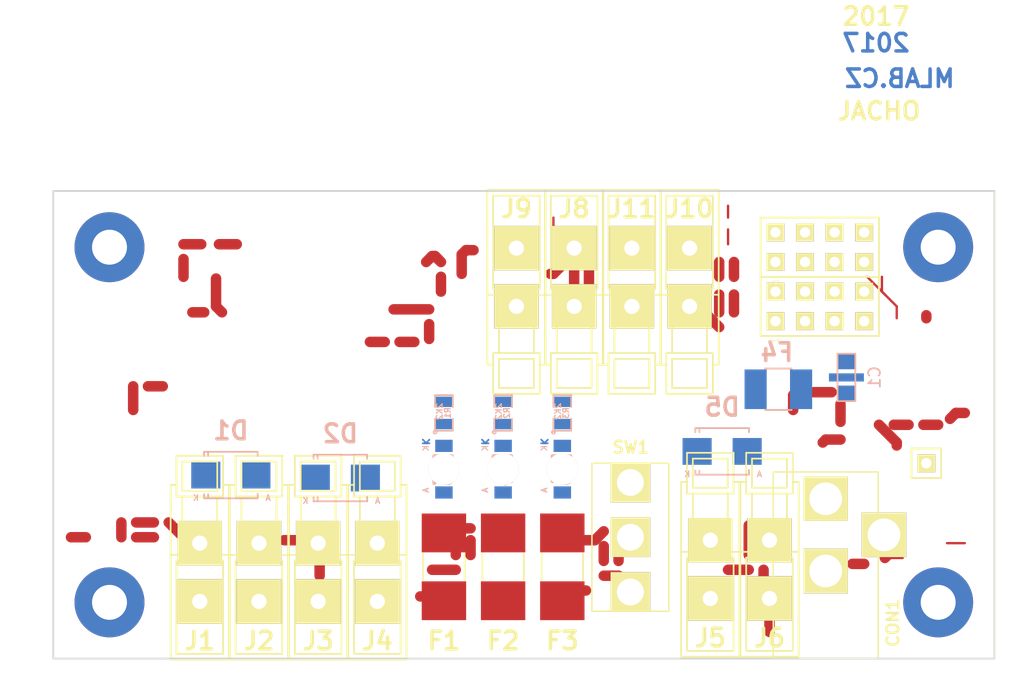
<source format=kicad_pcb>
(kicad_pcb (version 20170123) (host pcbnew "(2017-02-05 revision 431abcf)-makepkg")

  (general
    (links 59)
    (no_connects 59)
    (area -11.176 -56.527 85.598001 5.080001)
    (thickness 1.6)
    (drawings 8)
    (tracks 91)
    (zones 0)
    (modules 33)
    (nets 13)
  )

  (page A4)
  (layers
    (0 F.Cu signal hide)
    (31 B.Cu signal)
    (32 B.Adhes user)
    (33 F.Adhes user)
    (34 B.Paste user)
    (35 F.Paste user)
    (36 B.SilkS user)
    (37 F.SilkS user)
    (38 B.Mask user)
    (39 F.Mask user)
    (40 Dwgs.User user)
    (41 Cmts.User user)
    (42 Eco1.User user)
    (43 Eco2.User user)
    (44 Edge.Cuts user)
    (45 Margin user)
    (46 B.CrtYd user)
    (47 F.CrtYd user)
    (48 B.Fab user)
    (49 F.Fab user)
  )

  (setup
    (last_trace_width 0.3)
    (user_trace_width 0.6)
    (user_trace_width 0.7)
    (user_trace_width 0.9)
    (user_trace_width 1.3)
    (user_trace_width 6)
    (trace_clearance 0.2)
    (zone_clearance 0.3)
    (zone_45_only yes)
    (trace_min 0.2)
    (segment_width 0.2)
    (edge_width 0.15)
    (via_size 0.8)
    (via_drill 0.4)
    (via_min_size 0.4)
    (via_min_drill 0.3)
    (uvia_size 0.3)
    (uvia_drill 0.127)
    (uvias_allowed no)
    (uvia_min_size 0.2)
    (uvia_min_drill 0.1)
    (pcb_text_width 0.3)
    (pcb_text_size 1.5 1.5)
    (mod_edge_width 0.15)
    (mod_text_size 1 1)
    (mod_text_width 0.15)
    (pad_size 1.524 1.524)
    (pad_drill 0.762)
    (pad_to_mask_clearance 0.2)
    (solder_mask_min_width 0.2)
    (aux_axis_origin 0 0)
    (visible_elements 7FFFFF7F)
    (pcbplotparams
      (layerselection 0x010e0_ffffffff)
      (usegerberextensions false)
      (excludeedgelayer true)
      (linewidth 0.300000)
      (plotframeref false)
      (viasonmask false)
      (mode 1)
      (useauxorigin false)
      (hpglpennumber 1)
      (hpglpenspeed 20)
      (hpglpendiameter 15)
      (psnegative false)
      (psa4output false)
      (plotreference true)
      (plotvalue true)
      (plotinvisibletext false)
      (padsonsilk false)
      (subtractmaskfromsilk false)
      (outputformat 1)
      (mirror false)
      (drillshape 0)
      (scaleselection 1)
      (outputdirectory ../CAM_PROFI/))
  )

  (net 0 "")
  (net 1 GND)
  (net 2 "Net-(CON1-Pad3)")
  (net 3 "Net-(D1-Pad1)")
  (net 4 "Net-(D2-Pad1)")
  (net 5 "Net-(D3-Pad1)")
  (net 6 "Net-(CON1-Pad1)")
  (net 7 "Net-(C1-Pad1)")
  (net 8 "Net-(C1-Pad3)")
  (net 9 "Net-(D4-Pad1)")
  (net 10 "Net-(D5-Pad1)")
  (net 11 "Net-(D6-Pad1)")
  (net 12 "Net-(F4-Pad2)")

  (net_class Default "Toto je výchozí třída sítě."
    (clearance 0.2)
    (trace_width 0.3)
    (via_dia 0.8)
    (via_drill 0.4)
    (uvia_dia 0.3)
    (uvia_drill 0.127)
    (add_net "Net-(C1-Pad1)")
    (add_net "Net-(C1-Pad3)")
    (add_net "Net-(CON1-Pad1)")
    (add_net "Net-(CON1-Pad3)")
    (add_net "Net-(D1-Pad1)")
    (add_net "Net-(D2-Pad1)")
    (add_net "Net-(D3-Pad1)")
    (add_net "Net-(D4-Pad1)")
    (add_net "Net-(D5-Pad1)")
    (add_net "Net-(D6-Pad1)")
    (add_net "Net-(F4-Pad2)")
  )

  (net_class gnd ""
    (clearance 0.2)
    (trace_width 0.2)
    (via_dia 0.8)
    (via_drill 0.4)
    (uvia_dia 0.3)
    (uvia_drill 0.127)
    (add_net GND)
  )

  (module Mlab_D:LED_1206 (layer B.Cu) (tedit 56BDB304) (tstamp 58D10B64)
    (at 43.942 -16.51 90)
    (descr "Diode Mini-MELF Standard")
    (tags "Diode Mini-MELF Standard")
    (path /58D29E7F)
    (attr smd)
    (fp_text reference D6 (at 0 0 90) (layer B.SilkS)
      (effects (font (thickness 0.3048)) (justify mirror))
    )
    (fp_text value RED (at 0 -3.81 90) (layer B.SilkS) hide
      (effects (font (thickness 0.3048)) (justify mirror))
    )
    (fp_line (start 2.21488 -1.50622) (end 2.53492 -1.81102) (layer B.Cu) (width 0.15))
    (fp_line (start 2.25298 -1.52146) (end 2.5273 -1.24968) (layer B.Cu) (width 0.15))
    (fp_line (start 2.2225 -1.24968) (end 2.21742 -1.81864) (layer B.Cu) (width 0.15))
    (fp_text user A (at -1.80086 -1.5494 90) (layer B.SilkS)
      (effects (font (size 0.50038 0.50038) (thickness 0.09906)) (justify mirror))
    )
    (fp_text user K (at 1.80086 -1.5494 90) (layer B.SilkS)
      (effects (font (size 0.50038 0.50038) (thickness 0.09906)) (justify mirror))
    )
    (pad 2 smd rect (at -2 0 90) (size 1.05 1.5) (layers B.Cu B.Paste B.Mask)
      (net 7 "Net-(C1-Pad1)"))
    (pad 1 smd rect (at 2 0 90) (size 1.05 1.5) (layers B.Cu B.Paste B.Mask)
      (net 11 "Net-(D6-Pad1)"))
    (pad "" np_thru_hole circle (at 0 0 90) (size 2.7 2.7) (drill 2.7) (layers *.Cu *.Mask B.SilkS))
    (model MLAB_3D/Diodes/MiniMELF_DO213AA.wrl
      (at (xyz 0 0 0))
      (scale (xyz 0.3937 0.3937 0.3937))
      (rotate (xyz 0 0 0))
    )
  )

  (module Mlab_Mechanical:MountingHole_3mm placed (layer F.Cu) (tedit 58806C2B) (tstamp 587F2DD9)
    (at 76.2 -35.56)
    (descr "Mounting hole, Befestigungsbohrung, 3mm, No Annular, Kein Restring,")
    (tags "Mounting hole, Befestigungsbohrung, 3mm, No Annular, Kein Restring,")
    (path /587F245C)
    (fp_text reference P1 (at 0 -4.191) (layer F.SilkS) hide
      (effects (font (thickness 0.3048)))
    )
    (fp_text value _ (at 0 4.191) (layer F.SilkS) hide
      (effects (font (thickness 0.3048)))
    )
    (fp_circle (center 0 0) (end 2.99974 0) (layer Cmts.User) (width 0.381))
    (pad 1 thru_hole circle (at 0 0) (size 6 6) (drill 3) (layers *.Cu *.Adhes *.Mask)
      (clearance 1) (zone_connect 2))
  )

  (module Mlab_Mechanical:MountingHole_3mm placed (layer F.Cu) (tedit 58806C2B) (tstamp 587F2DDE)
    (at 76.2 -5.08)
    (descr "Mounting hole, Befestigungsbohrung, 3mm, No Annular, Kein Restring,")
    (tags "Mounting hole, Befestigungsbohrung, 3mm, No Annular, Kein Restring,")
    (path /587F2725)
    (fp_text reference P2 (at 0 -4.191) (layer F.SilkS) hide
      (effects (font (thickness 0.3048)))
    )
    (fp_text value _ (at 0 4.191) (layer F.SilkS) hide
      (effects (font (thickness 0.3048)))
    )
    (fp_circle (center 0 0) (end 2.99974 0) (layer Cmts.User) (width 0.381))
    (pad 1 thru_hole circle (at 0 0) (size 6 6) (drill 3) (layers *.Cu *.Adhes *.Mask)
      (clearance 1) (zone_connect 2))
  )

  (module Mlab_Mechanical:MountingHole_3mm placed (layer F.Cu) (tedit 58806C2B) (tstamp 587F2DE3)
    (at 5.08 -35.56)
    (descr "Mounting hole, Befestigungsbohrung, 3mm, No Annular, Kein Restring,")
    (tags "Mounting hole, Befestigungsbohrung, 3mm, No Annular, Kein Restring,")
    (path /587F26AA)
    (fp_text reference P3 (at 0 -4.191) (layer F.SilkS) hide
      (effects (font (thickness 0.3048)))
    )
    (fp_text value _ (at 0 4.191) (layer F.SilkS) hide
      (effects (font (thickness 0.3048)))
    )
    (fp_circle (center 0 0) (end 2.99974 0) (layer Cmts.User) (width 0.381))
    (pad 1 thru_hole circle (at 0 0) (size 6 6) (drill 3) (layers *.Cu *.Adhes *.Mask)
      (clearance 1) (zone_connect 2))
  )

  (module Mlab_Mechanical:MountingHole_3mm placed (layer F.Cu) (tedit 58806C2B) (tstamp 587F2DE8)
    (at 5.08 -5.08)
    (descr "Mounting hole, Befestigungsbohrung, 3mm, No Annular, Kein Restring,")
    (tags "Mounting hole, Befestigungsbohrung, 3mm, No Annular, Kein Restring,")
    (path /587F27A7)
    (fp_text reference P4 (at 0 -4.191) (layer F.SilkS) hide
      (effects (font (thickness 0.3048)))
    )
    (fp_text value _ (at 0 4.191) (layer F.SilkS) hide
      (effects (font (thickness 0.3048)))
    )
    (fp_circle (center 0 0) (end 2.99974 0) (layer Cmts.User) (width 0.381))
    (pad 1 thru_hole circle (at 0 0) (size 6 6) (drill 3) (layers *.Cu *.Adhes *.Mask)
      (clearance 1) (zone_connect 2))
  )

  (module Mlab_L:FIR1 (layer B.Cu) (tedit 54BBE5C1) (tstamp 58D10B36)
    (at 68.326 -24.384 90)
    (path /58D206F9)
    (fp_text reference C1 (at 0 2.413 90) (layer B.SilkS)
      (effects (font (size 1 1) (thickness 0.15)) (justify mirror))
    )
    (fp_text value NFM21PC105 (at 2.794 -1.905 90) (layer B.SilkS) hide
      (effects (font (size 1 1) (thickness 0.15)) (justify mirror))
    )
    (fp_line (start -2.032 0.762) (end 2.032 0.762) (layer B.SilkS) (width 0.15))
    (fp_line (start 2.032 0.762) (end 2.032 -0.762) (layer B.SilkS) (width 0.15))
    (fp_line (start 2.032 -0.762) (end -2.032 -0.762) (layer B.SilkS) (width 0.15))
    (fp_line (start -2.032 -0.762) (end -2.032 0.762) (layer B.SilkS) (width 0.15))
    (fp_line (start -2.032 0.762) (end -2.032 0.635) (layer B.SilkS) (width 0.15))
    (pad 1 smd rect (at -1.35 0 90) (size 1.3 1.5) (layers B.Cu B.Paste B.Mask)
      (net 7 "Net-(C1-Pad1)"))
    (pad 2 smd rect (at 0 0 90) (size 0.7 3) (layers B.Cu B.Paste B.Mask)
      (net 1 GND))
    (pad 3 smd rect (at 1.35 0 90) (size 1.3 1.5) (layers B.Cu B.Paste B.Mask)
      (net 8 "Net-(C1-Pad3)"))
    (model MLAB_3D/Resistors/chip_cms.wrl
      (at (xyz 0 0 0))
      (scale (xyz 0.13 0.13 0.13))
      (rotate (xyz 0 0 0))
    )
  )

  (module Mlab_CON:DC2,1MM placed (layer F.Cu) (tedit 556585CC) (tstamp 58D10B3D)
    (at 66.548 -10.16 270)
    (tags "DC2,1MM nap. konektor")
    (path /56BDACD7)
    (fp_text reference CON1 (at 6.8453 -5.7658 270) (layer F.SilkS)
      (effects (font (size 1.016 1.016) (thickness 0.2032)))
    )
    (fp_text value JACK_DC2.1 (at 2.2225 3.5433 270) (layer F.SilkS) hide
      (effects (font (size 1.016 1.016) (thickness 0.2032)))
    )
    (fp_line (start 9.89 -4.5) (end -6.11 -4.5) (layer F.SilkS) (width 0.127))
    (fp_line (start 9.89 4.5) (end 9.89 -4.5) (layer F.SilkS) (width 0.127))
    (fp_line (start -6.11 4.5) (end 9.89 4.5) (layer F.SilkS) (width 0.127))
    (fp_line (start -6.11 -4.5) (end -6.11 4.5) (layer F.SilkS) (width 0.127))
    (pad 2 thru_hole rect (at 2.39 0 270) (size 3.81 3.81) (drill 2.8) (layers *.Cu *.Mask F.SilkS)
      (net 1 GND))
    (pad 1 thru_hole rect (at -3.81 0 270) (size 3.81 3.81) (drill 2.8) (layers *.Cu *.Mask F.SilkS)
      (net 6 "Net-(CON1-Pad1)"))
    (pad 3 thru_hole rect (at -0.71 -5 270) (size 3.81 3.81) (drill 2.8) (layers *.Cu *.Mask F.SilkS)
      (net 2 "Net-(CON1-Pad3)"))
  )

  (module Mlab_D:SMB_Standard (layer B.Cu) (tedit 57E4C38F) (tstamp 58D10B43)
    (at 15.494 -16.002 180)
    (descr "Diode SMB Standard")
    (tags "Diode SMB Standard")
    (path /58D22864)
    (attr smd)
    (fp_text reference D1 (at 0 3.81 180) (layer B.SilkS)
      (effects (font (thickness 0.3048)) (justify mirror))
    )
    (fp_text value SMBJ15A-E3/52 (at 0 -3.81 180) (layer B.SilkS) hide
      (effects (font (thickness 0.3048)) (justify mirror))
    )
    (fp_text user A (at -3.2004 -1.95072 180) (layer B.SilkS)
      (effects (font (size 0.50038 0.50038) (thickness 0.09906)) (justify mirror))
    )
    (fp_text user K (at 2.99974 -1.95072 180) (layer B.SilkS)
      (effects (font (size 0.50038 0.50038) (thickness 0.09906)) (justify mirror))
    )
    (fp_line (start -2.30124 -1.75006) (end -2.30124 -1.6002) (layer B.SilkS) (width 0.15))
    (fp_line (start 1.95072 -1.75006) (end 1.95072 -1.651) (layer B.SilkS) (width 0.15))
    (fp_line (start 2.30124 -1.75006) (end 2.30124 -1.651) (layer B.SilkS) (width 0.15))
    (fp_line (start -2.30124 1.75006) (end -2.30124 1.651) (layer B.SilkS) (width 0.15))
    (fp_line (start 1.95072 1.75006) (end 1.95072 1.651) (layer B.SilkS) (width 0.15))
    (fp_line (start 2.30124 1.75006) (end 2.30124 1.651) (layer B.SilkS) (width 0.15))
    (fp_circle (center 0 0) (end 0.44958 -0.09906) (layer B.Adhes) (width 0.381))
    (fp_circle (center 0 0) (end 0.20066 -0.09906) (layer B.Adhes) (width 0.381))
    (fp_line (start 1.95072 -1.99898) (end 1.95072 -1.80086) (layer B.SilkS) (width 0.15))
    (fp_line (start 1.95072 1.99898) (end 1.95072 1.80086) (layer B.SilkS) (width 0.15))
    (fp_line (start 2.29616 -1.99644) (end 2.29616 -1.79832) (layer B.SilkS) (width 0.15))
    (fp_line (start -2.30632 -1.99644) (end 2.29616 -1.99644) (layer B.SilkS) (width 0.15))
    (fp_line (start -2.30632 -1.99644) (end -2.30632 -1.79832) (layer B.SilkS) (width 0.15))
    (fp_line (start -2.30124 1.99898) (end -2.30124 1.80086) (layer B.SilkS) (width 0.15))
    (fp_line (start -2.30124 1.99898) (end 2.30124 1.99898) (layer B.SilkS) (width 0.15))
    (fp_line (start 2.30124 1.99898) (end 2.30124 1.80086) (layer B.SilkS) (width 0.15))
    (pad 1 smd rect (at 2.14884 0 180) (size 2.49936 2.30124) (layers B.Cu B.Paste B.Mask)
      (net 3 "Net-(D1-Pad1)"))
    (pad 2 smd rect (at -2.14884 0 180) (size 2.49936 2.30124) (layers B.Cu B.Paste B.Mask)
      (net 1 GND))
    (model MLAB_3D/Diodes/SMB.wrl
      (at (xyz 0 0 0))
      (scale (xyz 0.3937 0.3937 0.3937))
      (rotate (xyz 0 0 0))
    )
  )

  (module Mlab_D:SMB_Standard (layer B.Cu) (tedit 57E4C38F) (tstamp 58D10B49)
    (at 24.892 -15.748 180)
    (descr "Diode SMB Standard")
    (tags "Diode SMB Standard")
    (path /58D23672)
    (attr smd)
    (fp_text reference D2 (at 0 3.81 180) (layer B.SilkS)
      (effects (font (thickness 0.3048)) (justify mirror))
    )
    (fp_text value SMBJ15A-E3/52 (at 0 -3.81 180) (layer B.SilkS) hide
      (effects (font (thickness 0.3048)) (justify mirror))
    )
    (fp_text user A (at -3.2004 -1.95072 180) (layer B.SilkS)
      (effects (font (size 0.50038 0.50038) (thickness 0.09906)) (justify mirror))
    )
    (fp_text user K (at 2.99974 -1.95072 180) (layer B.SilkS)
      (effects (font (size 0.50038 0.50038) (thickness 0.09906)) (justify mirror))
    )
    (fp_line (start -2.30124 -1.75006) (end -2.30124 -1.6002) (layer B.SilkS) (width 0.15))
    (fp_line (start 1.95072 -1.75006) (end 1.95072 -1.651) (layer B.SilkS) (width 0.15))
    (fp_line (start 2.30124 -1.75006) (end 2.30124 -1.651) (layer B.SilkS) (width 0.15))
    (fp_line (start -2.30124 1.75006) (end -2.30124 1.651) (layer B.SilkS) (width 0.15))
    (fp_line (start 1.95072 1.75006) (end 1.95072 1.651) (layer B.SilkS) (width 0.15))
    (fp_line (start 2.30124 1.75006) (end 2.30124 1.651) (layer B.SilkS) (width 0.15))
    (fp_circle (center 0 0) (end 0.44958 -0.09906) (layer B.Adhes) (width 0.381))
    (fp_circle (center 0 0) (end 0.20066 -0.09906) (layer B.Adhes) (width 0.381))
    (fp_line (start 1.95072 -1.99898) (end 1.95072 -1.80086) (layer B.SilkS) (width 0.15))
    (fp_line (start 1.95072 1.99898) (end 1.95072 1.80086) (layer B.SilkS) (width 0.15))
    (fp_line (start 2.29616 -1.99644) (end 2.29616 -1.79832) (layer B.SilkS) (width 0.15))
    (fp_line (start -2.30632 -1.99644) (end 2.29616 -1.99644) (layer B.SilkS) (width 0.15))
    (fp_line (start -2.30632 -1.99644) (end -2.30632 -1.79832) (layer B.SilkS) (width 0.15))
    (fp_line (start -2.30124 1.99898) (end -2.30124 1.80086) (layer B.SilkS) (width 0.15))
    (fp_line (start -2.30124 1.99898) (end 2.30124 1.99898) (layer B.SilkS) (width 0.15))
    (fp_line (start 2.30124 1.99898) (end 2.30124 1.80086) (layer B.SilkS) (width 0.15))
    (pad 1 smd rect (at 2.14884 0 180) (size 2.49936 2.30124) (layers B.Cu B.Paste B.Mask)
      (net 4 "Net-(D2-Pad1)"))
    (pad 2 smd rect (at -2.14884 0 180) (size 2.49936 2.30124) (layers B.Cu B.Paste B.Mask)
      (net 1 GND))
    (model MLAB_3D/Diodes/SMB.wrl
      (at (xyz 0 0 0))
      (scale (xyz 0.3937 0.3937 0.3937))
      (rotate (xyz 0 0 0))
    )
  )

  (module Mlab_D:LED_1206 (layer B.Cu) (tedit 56BDB304) (tstamp 58D10B50)
    (at 33.782 -16.51 90)
    (descr "Diode Mini-MELF Standard")
    (tags "Diode Mini-MELF Standard")
    (path /58D18DB0)
    (attr smd)
    (fp_text reference D3 (at 0 0 90) (layer B.SilkS)
      (effects (font (thickness 0.3048)) (justify mirror))
    )
    (fp_text value RED (at 0 -3.81 90) (layer B.SilkS) hide
      (effects (font (thickness 0.3048)) (justify mirror))
    )
    (fp_text user K (at 1.80086 -1.5494 90) (layer B.SilkS)
      (effects (font (size 0.50038 0.50038) (thickness 0.09906)) (justify mirror))
    )
    (fp_text user A (at -1.80086 -1.5494 90) (layer B.SilkS)
      (effects (font (size 0.50038 0.50038) (thickness 0.09906)) (justify mirror))
    )
    (fp_line (start 2.2225 -1.24968) (end 2.21742 -1.81864) (layer B.Cu) (width 0.15))
    (fp_line (start 2.25298 -1.52146) (end 2.5273 -1.24968) (layer B.Cu) (width 0.15))
    (fp_line (start 2.21488 -1.50622) (end 2.53492 -1.81102) (layer B.Cu) (width 0.15))
    (pad "" np_thru_hole circle (at 0 0 90) (size 2.7 2.7) (drill 2.7) (layers *.Cu *.Mask B.SilkS))
    (pad 1 smd rect (at 2 0 90) (size 1.05 1.5) (layers B.Cu B.Paste B.Mask)
      (net 5 "Net-(D3-Pad1)"))
    (pad 2 smd rect (at -2 0 90) (size 1.05 1.5) (layers B.Cu B.Paste B.Mask)
      (net 3 "Net-(D1-Pad1)"))
    (model MLAB_3D/Diodes/MiniMELF_DO213AA.wrl
      (at (xyz 0 0 0))
      (scale (xyz 0.3937 0.3937 0.3937))
      (rotate (xyz 0 0 0))
    )
  )

  (module Mlab_D:LED_1206 (layer B.Cu) (tedit 56BDB304) (tstamp 58D10B57)
    (at 38.862 -16.51 90)
    (descr "Diode Mini-MELF Standard")
    (tags "Diode Mini-MELF Standard")
    (path /58D1C033)
    (attr smd)
    (fp_text reference D4 (at 0 0 90) (layer B.SilkS)
      (effects (font (thickness 0.3048)) (justify mirror))
    )
    (fp_text value RED (at 0 -3.81 90) (layer B.SilkS) hide
      (effects (font (thickness 0.3048)) (justify mirror))
    )
    (fp_line (start 2.21488 -1.50622) (end 2.53492 -1.81102) (layer B.Cu) (width 0.15))
    (fp_line (start 2.25298 -1.52146) (end 2.5273 -1.24968) (layer B.Cu) (width 0.15))
    (fp_line (start 2.2225 -1.24968) (end 2.21742 -1.81864) (layer B.Cu) (width 0.15))
    (fp_text user A (at -1.80086 -1.5494 90) (layer B.SilkS)
      (effects (font (size 0.50038 0.50038) (thickness 0.09906)) (justify mirror))
    )
    (fp_text user K (at 1.80086 -1.5494 90) (layer B.SilkS)
      (effects (font (size 0.50038 0.50038) (thickness 0.09906)) (justify mirror))
    )
    (pad 2 smd rect (at -2 0 90) (size 1.05 1.5) (layers B.Cu B.Paste B.Mask)
      (net 4 "Net-(D2-Pad1)"))
    (pad 1 smd rect (at 2 0 90) (size 1.05 1.5) (layers B.Cu B.Paste B.Mask)
      (net 9 "Net-(D4-Pad1)"))
    (pad "" np_thru_hole circle (at 0 0 90) (size 2.7 2.7) (drill 2.7) (layers *.Cu *.Mask B.SilkS))
    (model MLAB_3D/Diodes/MiniMELF_DO213AA.wrl
      (at (xyz 0 0 0))
      (scale (xyz 0.3937 0.3937 0.3937))
      (rotate (xyz 0 0 0))
    )
  )

  (module Mlab_D:SMB_Standard (layer B.Cu) (tedit 57E4C38F) (tstamp 58D10B5D)
    (at 57.658 -18.034 180)
    (descr "Diode SMB Standard")
    (tags "Diode SMB Standard")
    (path /587F4E10)
    (attr smd)
    (fp_text reference D5 (at 0 3.81 180) (layer B.SilkS)
      (effects (font (thickness 0.3048)) (justify mirror))
    )
    (fp_text value SMBJ15A-E3/52 (at 0 -3.81 180) (layer B.SilkS) hide
      (effects (font (thickness 0.3048)) (justify mirror))
    )
    (fp_line (start 2.30124 1.99898) (end 2.30124 1.80086) (layer B.SilkS) (width 0.15))
    (fp_line (start -2.30124 1.99898) (end 2.30124 1.99898) (layer B.SilkS) (width 0.15))
    (fp_line (start -2.30124 1.99898) (end -2.30124 1.80086) (layer B.SilkS) (width 0.15))
    (fp_line (start -2.30632 -1.99644) (end -2.30632 -1.79832) (layer B.SilkS) (width 0.15))
    (fp_line (start -2.30632 -1.99644) (end 2.29616 -1.99644) (layer B.SilkS) (width 0.15))
    (fp_line (start 2.29616 -1.99644) (end 2.29616 -1.79832) (layer B.SilkS) (width 0.15))
    (fp_line (start 1.95072 1.99898) (end 1.95072 1.80086) (layer B.SilkS) (width 0.15))
    (fp_line (start 1.95072 -1.99898) (end 1.95072 -1.80086) (layer B.SilkS) (width 0.15))
    (fp_circle (center 0 0) (end 0.20066 -0.09906) (layer B.Adhes) (width 0.381))
    (fp_circle (center 0 0) (end 0.44958 -0.09906) (layer B.Adhes) (width 0.381))
    (fp_line (start 2.30124 1.75006) (end 2.30124 1.651) (layer B.SilkS) (width 0.15))
    (fp_line (start 1.95072 1.75006) (end 1.95072 1.651) (layer B.SilkS) (width 0.15))
    (fp_line (start -2.30124 1.75006) (end -2.30124 1.651) (layer B.SilkS) (width 0.15))
    (fp_line (start 2.30124 -1.75006) (end 2.30124 -1.651) (layer B.SilkS) (width 0.15))
    (fp_line (start 1.95072 -1.75006) (end 1.95072 -1.651) (layer B.SilkS) (width 0.15))
    (fp_line (start -2.30124 -1.75006) (end -2.30124 -1.6002) (layer B.SilkS) (width 0.15))
    (fp_text user K (at 2.99974 -1.95072 180) (layer B.SilkS)
      (effects (font (size 0.50038 0.50038) (thickness 0.09906)) (justify mirror))
    )
    (fp_text user A (at -3.2004 -1.95072 180) (layer B.SilkS)
      (effects (font (size 0.50038 0.50038) (thickness 0.09906)) (justify mirror))
    )
    (pad 2 smd rect (at -2.14884 0 180) (size 2.49936 2.30124) (layers B.Cu B.Paste B.Mask)
      (net 1 GND))
    (pad 1 smd rect (at 2.14884 0 180) (size 2.49936 2.30124) (layers B.Cu B.Paste B.Mask)
      (net 10 "Net-(D5-Pad1)"))
    (model MLAB_3D/Diodes/SMB.wrl
      (at (xyz 0 0 0))
      (scale (xyz 0.3937 0.3937 0.3937))
      (rotate (xyz 0 0 0))
    )
  )

  (module Mlab_F:Drzak_2410 (layer F.Cu) (tedit 58D10FCF) (tstamp 58D10B6A)
    (at 33.782 -8.128 90)
    (descr "F 2410 s držákem")
    (tags "F 2410 s držákem")
    (path /58D1E6AE)
    (attr smd)
    (fp_text reference F1 (at -6.35 0) (layer F.SilkS)
      (effects (font (thickness 0.3048)))
    )
    (fp_text value 5A (at 0 3.81 90) (layer F.SilkS) hide
      (effects (font (thickness 0.3048)))
    )
    (fp_line (start -1.143 -1.778) (end 1.143 -1.778) (layer F.SilkS) (width 0.15))
    (fp_line (start -1.143 1.778) (end 1.143 1.778) (layer F.SilkS) (width 0.15))
    (pad 2 smd rect (at 2.91 0 90) (size 3.33 3.81) (layers F.Cu F.Paste F.Mask)
      (net 3 "Net-(D1-Pad1)"))
    (pad 1 smd rect (at -2.91 0 90) (size 3.33 3.81) (layers F.Cu F.Paste F.Mask)
      (net 6 "Net-(CON1-Pad1)"))
    (model MLAB_3D/Diodes/MiniMELF_DO213AA.wrl
      (at (xyz 0 0 0))
      (scale (xyz 0.3937 0.3937 0.3937))
      (rotate (xyz 0 0 0))
    )
  )

  (module Mlab_F:Drzak_2410 (layer F.Cu) (tedit 58D10F84) (tstamp 58D10B70)
    (at 38.862 -8.128 90)
    (descr "F 2410 s držákem")
    (tags "F 2410 s držákem")
    (path /58D2366C)
    (attr smd)
    (fp_text reference F2 (at -6.35 0) (layer F.SilkS)
      (effects (font (thickness 0.3048)))
    )
    (fp_text value 5A (at 0 3.81 90) (layer F.SilkS) hide
      (effects (font (thickness 0.3048)))
    )
    (fp_line (start -1.143 1.778) (end 1.143 1.778) (layer F.SilkS) (width 0.15))
    (fp_line (start -1.143 -1.778) (end 1.143 -1.778) (layer F.SilkS) (width 0.15))
    (pad 1 smd rect (at -2.91 0 90) (size 3.33 3.81) (layers F.Cu F.Paste F.Mask)
      (net 6 "Net-(CON1-Pad1)"))
    (pad 2 smd rect (at 2.91 0 90) (size 3.33 3.81) (layers F.Cu F.Paste F.Mask)
      (net 4 "Net-(D2-Pad1)"))
    (model MLAB_3D/Diodes/MiniMELF_DO213AA.wrl
      (at (xyz 0 0 0))
      (scale (xyz 0.3937 0.3937 0.3937))
      (rotate (xyz 0 0 0))
    )
  )

  (module Mlab_F:Drzak_2410 (layer F.Cu) (tedit 58D10FD7) (tstamp 58D10B76)
    (at 43.942 -8.128 270)
    (descr "F 2410 s držákem")
    (tags "F 2410 s držákem")
    (path /58D15B83)
    (attr smd)
    (fp_text reference F3 (at 6.35 0) (layer F.SilkS)
      (effects (font (thickness 0.3048)))
    )
    (fp_text value 5A (at 0 3.81 270) (layer F.SilkS) hide
      (effects (font (thickness 0.3048)))
    )
    (fp_line (start -1.143 1.778) (end 1.143 1.778) (layer F.SilkS) (width 0.15))
    (fp_line (start -1.143 -1.778) (end 1.143 -1.778) (layer F.SilkS) (width 0.15))
    (pad 1 smd rect (at -2.91 0 270) (size 3.33 3.81) (layers F.Cu F.Paste F.Mask)
      (net 10 "Net-(D5-Pad1)"))
    (pad 2 smd rect (at 2.91 0 270) (size 3.33 3.81) (layers F.Cu F.Paste F.Mask)
      (net 6 "Net-(CON1-Pad1)"))
    (model MLAB_3D/Diodes/MiniMELF_DO213AA.wrl
      (at (xyz 0 0 0))
      (scale (xyz 0.3937 0.3937 0.3937))
      (rotate (xyz 0 0 0))
    )
  )

  (module Mlab_F:1812 (layer B.Cu) (tedit 5534B729) (tstamp 58D10B7C)
    (at 62.484 -23.368 180)
    (descr "Diode Mini-MELF Standard")
    (tags "Diode Mini-MELF Standard")
    (path /58D2DFD6)
    (attr smd)
    (fp_text reference F4 (at 0.13462 3.15468 180) (layer B.SilkS)
      (effects (font (thickness 0.3048)) (justify mirror))
    )
    (fp_text value 1.1A (at 0 -3.81 180) (layer B.SilkS) hide
      (effects (font (thickness 0.3048)) (justify mirror))
    )
    (fp_line (start -1.143 -1.778) (end 1.143 -1.778) (layer B.SilkS) (width 0.15))
    (fp_line (start -1.143 1.778) (end 1.143 1.778) (layer B.SilkS) (width 0.15))
    (pad 1 smd rect (at -1.95 0 180) (size 1.9 3.4) (layers B.Cu B.Paste B.Mask)
      (net 7 "Net-(C1-Pad1)"))
    (pad 2 smd rect (at 1.95 0 180) (size 1.9 3.4) (layers B.Cu B.Paste B.Mask)
      (net 12 "Net-(F4-Pad2)"))
    (model MLAB_3D/Diodes/MiniMELF_DO213AA.wrl
      (at (xyz 0 0 0))
      (scale (xyz 0.3937 0.3937 0.3937))
      (rotate (xyz 0 0 0))
    )
  )

  (module Mlab_CON:WAGO256 (layer F.Cu) (tedit 564C6037) (tstamp 58D10B82)
    (at 12.827 -7.62 90)
    (descr "WAGO-Series 236, 2Stift, 1pol, RM 5mm,")
    (tags "WAGO-Series 236, 2Stift, 1pol, RM 5mm, Anreibare Leiterplattenklemme")
    (path /58D1E233)
    (fp_text reference J1 (at -5.842 0 180) (layer F.SilkS)
      (effects (font (thickness 0.3048)))
    )
    (fp_text value CONN1_1 (at 0.254 4.064 90) (layer F.SilkS) hide
      (effects (font (thickness 0.3048)))
    )
    (fp_line (start -7.46 -2.5) (end 1.54 -2.5) (layer F.SilkS) (width 0.15))
    (fp_line (start 1.54 2.5) (end -7.46 2.5) (layer F.SilkS) (width 0.15))
    (fp_line (start 1.54 -2.5) (end 7.54 -2.5) (layer F.SilkS) (width 0.15))
    (fp_line (start -6.9601 -2) (end 1.0399 -2) (layer F.SilkS) (width 0.15))
    (fp_line (start 3.54 -1.5) (end 6.54 -1.5) (layer F.SilkS) (width 0.15))
    (fp_line (start 1.54 2.5) (end 7.54 2.5) (layer F.SilkS) (width 0.15))
    (fp_line (start -6.9601 2) (end 1.0399 2) (layer F.SilkS) (width 0.15))
    (fp_line (start 3.54 1.5) (end 6.54 1.5) (layer F.SilkS) (width 0.15))
    (fp_line (start 6.54 -2) (end 10.041 -2) (layer F.SilkS) (width 0.15))
    (fp_line (start 7.0401 -1.5) (end 9.54 -1.5) (layer F.SilkS) (width 0.15))
    (fp_line (start 1.0399 -1) (end 1.54 -1) (layer F.SilkS) (width 0.15))
    (fp_line (start 6.54 2) (end 10.0401 2) (layer F.SilkS) (width 0.15))
    (fp_line (start 7.0401 1.5) (end 9.54 1.5) (layer F.SilkS) (width 0.15))
    (fp_line (start 1.0399 1) (end 1.54 1) (layer F.SilkS) (width 0.15))
    (fp_line (start -6.9601 2) (end -6.9601 -2) (layer F.SilkS) (width 0.15))
    (fp_line (start 1.0399 -2) (end 1.0399 2) (layer F.SilkS) (width 0.15))
    (fp_line (start 3.54 1.5001) (end 3.54 -1.5001) (layer F.SilkS) (width 0.15))
    (fp_line (start 6.54 -2) (end 6.54 2) (layer F.SilkS) (width 0.15))
    (fp_line (start 10.0401 -2) (end 10.0401 2) (layer F.SilkS) (width 0.15))
    (fp_line (start 7.0401 1.501) (end 7.0401 -1.501) (layer F.SilkS) (width 0.15))
    (fp_line (start 9.54 1.501) (end 9.54 -1.501) (layer F.SilkS) (width 0.15))
    (fp_line (start -7.46 2.5001) (end -7.46 -2.5001) (layer F.SilkS) (width 0.15))
    (fp_line (start 1.54 2.5001) (end 1.54 -2.5001) (layer F.SilkS) (width 0.15))
    (fp_line (start 7.54 -2) (end 7.54 -2.5) (layer F.SilkS) (width 0.15))
    (fp_line (start 7.54 2.5) (end 7.54 2) (layer F.SilkS) (width 0.15))
    (pad 1 thru_hole rect (at 2.54 0 180) (size 3.81 3.81) (drill 1.3) (layers *.Cu *.Mask F.SilkS)
      (net 3 "Net-(D1-Pad1)"))
    (pad 1 thru_hole rect (at -2.46 0 180) (size 3.81 3.81) (drill 1.3) (layers *.Cu *.Mask F.SilkS)
      (net 3 "Net-(D1-Pad1)"))
  )

  (module Mlab_CON:WAGO256 (layer F.Cu) (tedit 564C6037) (tstamp 58D10B88)
    (at 17.907 -7.62 90)
    (descr "WAGO-Series 236, 2Stift, 1pol, RM 5mm,")
    (tags "WAGO-Series 236, 2Stift, 1pol, RM 5mm, Anreibare Leiterplattenklemme")
    (path /58D1E239)
    (fp_text reference J2 (at -5.842 0 180) (layer F.SilkS)
      (effects (font (thickness 0.3048)))
    )
    (fp_text value CONN1_1 (at 0.254 4.064 90) (layer F.SilkS) hide
      (effects (font (thickness 0.3048)))
    )
    (fp_line (start 7.54 2.5) (end 7.54 2) (layer F.SilkS) (width 0.15))
    (fp_line (start 7.54 -2) (end 7.54 -2.5) (layer F.SilkS) (width 0.15))
    (fp_line (start 1.54 2.5001) (end 1.54 -2.5001) (layer F.SilkS) (width 0.15))
    (fp_line (start -7.46 2.5001) (end -7.46 -2.5001) (layer F.SilkS) (width 0.15))
    (fp_line (start 9.54 1.501) (end 9.54 -1.501) (layer F.SilkS) (width 0.15))
    (fp_line (start 7.0401 1.501) (end 7.0401 -1.501) (layer F.SilkS) (width 0.15))
    (fp_line (start 10.0401 -2) (end 10.0401 2) (layer F.SilkS) (width 0.15))
    (fp_line (start 6.54 -2) (end 6.54 2) (layer F.SilkS) (width 0.15))
    (fp_line (start 3.54 1.5001) (end 3.54 -1.5001) (layer F.SilkS) (width 0.15))
    (fp_line (start 1.0399 -2) (end 1.0399 2) (layer F.SilkS) (width 0.15))
    (fp_line (start -6.9601 2) (end -6.9601 -2) (layer F.SilkS) (width 0.15))
    (fp_line (start 1.0399 1) (end 1.54 1) (layer F.SilkS) (width 0.15))
    (fp_line (start 7.0401 1.5) (end 9.54 1.5) (layer F.SilkS) (width 0.15))
    (fp_line (start 6.54 2) (end 10.0401 2) (layer F.SilkS) (width 0.15))
    (fp_line (start 1.0399 -1) (end 1.54 -1) (layer F.SilkS) (width 0.15))
    (fp_line (start 7.0401 -1.5) (end 9.54 -1.5) (layer F.SilkS) (width 0.15))
    (fp_line (start 6.54 -2) (end 10.041 -2) (layer F.SilkS) (width 0.15))
    (fp_line (start 3.54 1.5) (end 6.54 1.5) (layer F.SilkS) (width 0.15))
    (fp_line (start -6.9601 2) (end 1.0399 2) (layer F.SilkS) (width 0.15))
    (fp_line (start 1.54 2.5) (end 7.54 2.5) (layer F.SilkS) (width 0.15))
    (fp_line (start 3.54 -1.5) (end 6.54 -1.5) (layer F.SilkS) (width 0.15))
    (fp_line (start -6.9601 -2) (end 1.0399 -2) (layer F.SilkS) (width 0.15))
    (fp_line (start 1.54 -2.5) (end 7.54 -2.5) (layer F.SilkS) (width 0.15))
    (fp_line (start 1.54 2.5) (end -7.46 2.5) (layer F.SilkS) (width 0.15))
    (fp_line (start -7.46 -2.5) (end 1.54 -2.5) (layer F.SilkS) (width 0.15))
    (pad 1 thru_hole rect (at -2.46 0 180) (size 3.81 3.81) (drill 1.3) (layers *.Cu *.Mask F.SilkS)
      (net 1 GND))
    (pad 1 thru_hole rect (at 2.54 0 180) (size 3.81 3.81) (drill 1.3) (layers *.Cu *.Mask F.SilkS)
      (net 1 GND))
  )

  (module Mlab_CON:WAGO256 (layer F.Cu) (tedit 564C6037) (tstamp 58D10B8E)
    (at 22.987 -7.62 90)
    (descr "WAGO-Series 236, 2Stift, 1pol, RM 5mm,")
    (tags "WAGO-Series 236, 2Stift, 1pol, RM 5mm, Anreibare Leiterplattenklemme")
    (path /58D2365D)
    (fp_text reference J3 (at -5.842 0 180) (layer F.SilkS)
      (effects (font (thickness 0.3048)))
    )
    (fp_text value CONN1_1 (at 0.254 4.064 90) (layer F.SilkS) hide
      (effects (font (thickness 0.3048)))
    )
    (fp_line (start -7.46 -2.5) (end 1.54 -2.5) (layer F.SilkS) (width 0.15))
    (fp_line (start 1.54 2.5) (end -7.46 2.5) (layer F.SilkS) (width 0.15))
    (fp_line (start 1.54 -2.5) (end 7.54 -2.5) (layer F.SilkS) (width 0.15))
    (fp_line (start -6.9601 -2) (end 1.0399 -2) (layer F.SilkS) (width 0.15))
    (fp_line (start 3.54 -1.5) (end 6.54 -1.5) (layer F.SilkS) (width 0.15))
    (fp_line (start 1.54 2.5) (end 7.54 2.5) (layer F.SilkS) (width 0.15))
    (fp_line (start -6.9601 2) (end 1.0399 2) (layer F.SilkS) (width 0.15))
    (fp_line (start 3.54 1.5) (end 6.54 1.5) (layer F.SilkS) (width 0.15))
    (fp_line (start 6.54 -2) (end 10.041 -2) (layer F.SilkS) (width 0.15))
    (fp_line (start 7.0401 -1.5) (end 9.54 -1.5) (layer F.SilkS) (width 0.15))
    (fp_line (start 1.0399 -1) (end 1.54 -1) (layer F.SilkS) (width 0.15))
    (fp_line (start 6.54 2) (end 10.0401 2) (layer F.SilkS) (width 0.15))
    (fp_line (start 7.0401 1.5) (end 9.54 1.5) (layer F.SilkS) (width 0.15))
    (fp_line (start 1.0399 1) (end 1.54 1) (layer F.SilkS) (width 0.15))
    (fp_line (start -6.9601 2) (end -6.9601 -2) (layer F.SilkS) (width 0.15))
    (fp_line (start 1.0399 -2) (end 1.0399 2) (layer F.SilkS) (width 0.15))
    (fp_line (start 3.54 1.5001) (end 3.54 -1.5001) (layer F.SilkS) (width 0.15))
    (fp_line (start 6.54 -2) (end 6.54 2) (layer F.SilkS) (width 0.15))
    (fp_line (start 10.0401 -2) (end 10.0401 2) (layer F.SilkS) (width 0.15))
    (fp_line (start 7.0401 1.501) (end 7.0401 -1.501) (layer F.SilkS) (width 0.15))
    (fp_line (start 9.54 1.501) (end 9.54 -1.501) (layer F.SilkS) (width 0.15))
    (fp_line (start -7.46 2.5001) (end -7.46 -2.5001) (layer F.SilkS) (width 0.15))
    (fp_line (start 1.54 2.5001) (end 1.54 -2.5001) (layer F.SilkS) (width 0.15))
    (fp_line (start 7.54 -2) (end 7.54 -2.5) (layer F.SilkS) (width 0.15))
    (fp_line (start 7.54 2.5) (end 7.54 2) (layer F.SilkS) (width 0.15))
    (pad 1 thru_hole rect (at 2.54 0 180) (size 3.81 3.81) (drill 1.3) (layers *.Cu *.Mask F.SilkS)
      (net 4 "Net-(D2-Pad1)"))
    (pad 1 thru_hole rect (at -2.46 0 180) (size 3.81 3.81) (drill 1.3) (layers *.Cu *.Mask F.SilkS)
      (net 4 "Net-(D2-Pad1)"))
  )

  (module Mlab_CON:WAGO256 (layer F.Cu) (tedit 564C6037) (tstamp 58D10B94)
    (at 28.067 -7.62 90)
    (descr "WAGO-Series 236, 2Stift, 1pol, RM 5mm,")
    (tags "WAGO-Series 236, 2Stift, 1pol, RM 5mm, Anreibare Leiterplattenklemme")
    (path /58D23663)
    (fp_text reference J4 (at -5.842 0 180) (layer F.SilkS)
      (effects (font (thickness 0.3048)))
    )
    (fp_text value CONN1_1 (at 0.254 4.064 90) (layer F.SilkS) hide
      (effects (font (thickness 0.3048)))
    )
    (fp_line (start 7.54 2.5) (end 7.54 2) (layer F.SilkS) (width 0.15))
    (fp_line (start 7.54 -2) (end 7.54 -2.5) (layer F.SilkS) (width 0.15))
    (fp_line (start 1.54 2.5001) (end 1.54 -2.5001) (layer F.SilkS) (width 0.15))
    (fp_line (start -7.46 2.5001) (end -7.46 -2.5001) (layer F.SilkS) (width 0.15))
    (fp_line (start 9.54 1.501) (end 9.54 -1.501) (layer F.SilkS) (width 0.15))
    (fp_line (start 7.0401 1.501) (end 7.0401 -1.501) (layer F.SilkS) (width 0.15))
    (fp_line (start 10.0401 -2) (end 10.0401 2) (layer F.SilkS) (width 0.15))
    (fp_line (start 6.54 -2) (end 6.54 2) (layer F.SilkS) (width 0.15))
    (fp_line (start 3.54 1.5001) (end 3.54 -1.5001) (layer F.SilkS) (width 0.15))
    (fp_line (start 1.0399 -2) (end 1.0399 2) (layer F.SilkS) (width 0.15))
    (fp_line (start -6.9601 2) (end -6.9601 -2) (layer F.SilkS) (width 0.15))
    (fp_line (start 1.0399 1) (end 1.54 1) (layer F.SilkS) (width 0.15))
    (fp_line (start 7.0401 1.5) (end 9.54 1.5) (layer F.SilkS) (width 0.15))
    (fp_line (start 6.54 2) (end 10.0401 2) (layer F.SilkS) (width 0.15))
    (fp_line (start 1.0399 -1) (end 1.54 -1) (layer F.SilkS) (width 0.15))
    (fp_line (start 7.0401 -1.5) (end 9.54 -1.5) (layer F.SilkS) (width 0.15))
    (fp_line (start 6.54 -2) (end 10.041 -2) (layer F.SilkS) (width 0.15))
    (fp_line (start 3.54 1.5) (end 6.54 1.5) (layer F.SilkS) (width 0.15))
    (fp_line (start -6.9601 2) (end 1.0399 2) (layer F.SilkS) (width 0.15))
    (fp_line (start 1.54 2.5) (end 7.54 2.5) (layer F.SilkS) (width 0.15))
    (fp_line (start 3.54 -1.5) (end 6.54 -1.5) (layer F.SilkS) (width 0.15))
    (fp_line (start -6.9601 -2) (end 1.0399 -2) (layer F.SilkS) (width 0.15))
    (fp_line (start 1.54 -2.5) (end 7.54 -2.5) (layer F.SilkS) (width 0.15))
    (fp_line (start 1.54 2.5) (end -7.46 2.5) (layer F.SilkS) (width 0.15))
    (fp_line (start -7.46 -2.5) (end 1.54 -2.5) (layer F.SilkS) (width 0.15))
    (pad 1 thru_hole rect (at -2.46 0 180) (size 3.81 3.81) (drill 1.3) (layers *.Cu *.Mask F.SilkS)
      (net 1 GND))
    (pad 1 thru_hole rect (at 2.54 0 180) (size 3.81 3.81) (drill 1.3) (layers *.Cu *.Mask F.SilkS)
      (net 1 GND))
  )

  (module Mlab_CON:WAGO256 (layer F.Cu) (tedit 564C6037) (tstamp 58D10B9A)
    (at 56.642 -7.874 90)
    (descr "WAGO-Series 236, 2Stift, 1pol, RM 5mm,")
    (tags "WAGO-Series 236, 2Stift, 1pol, RM 5mm, Anreibare Leiterplattenklemme")
    (path /58821980)
    (fp_text reference J5 (at -5.842 0 180) (layer F.SilkS)
      (effects (font (thickness 0.3048)))
    )
    (fp_text value CONN1_1 (at 0.254 4.064 90) (layer F.SilkS) hide
      (effects (font (thickness 0.3048)))
    )
    (fp_line (start -7.46 -2.5) (end 1.54 -2.5) (layer F.SilkS) (width 0.15))
    (fp_line (start 1.54 2.5) (end -7.46 2.5) (layer F.SilkS) (width 0.15))
    (fp_line (start 1.54 -2.5) (end 7.54 -2.5) (layer F.SilkS) (width 0.15))
    (fp_line (start -6.9601 -2) (end 1.0399 -2) (layer F.SilkS) (width 0.15))
    (fp_line (start 3.54 -1.5) (end 6.54 -1.5) (layer F.SilkS) (width 0.15))
    (fp_line (start 1.54 2.5) (end 7.54 2.5) (layer F.SilkS) (width 0.15))
    (fp_line (start -6.9601 2) (end 1.0399 2) (layer F.SilkS) (width 0.15))
    (fp_line (start 3.54 1.5) (end 6.54 1.5) (layer F.SilkS) (width 0.15))
    (fp_line (start 6.54 -2) (end 10.041 -2) (layer F.SilkS) (width 0.15))
    (fp_line (start 7.0401 -1.5) (end 9.54 -1.5) (layer F.SilkS) (width 0.15))
    (fp_line (start 1.0399 -1) (end 1.54 -1) (layer F.SilkS) (width 0.15))
    (fp_line (start 6.54 2) (end 10.0401 2) (layer F.SilkS) (width 0.15))
    (fp_line (start 7.0401 1.5) (end 9.54 1.5) (layer F.SilkS) (width 0.15))
    (fp_line (start 1.0399 1) (end 1.54 1) (layer F.SilkS) (width 0.15))
    (fp_line (start -6.9601 2) (end -6.9601 -2) (layer F.SilkS) (width 0.15))
    (fp_line (start 1.0399 -2) (end 1.0399 2) (layer F.SilkS) (width 0.15))
    (fp_line (start 3.54 1.5001) (end 3.54 -1.5001) (layer F.SilkS) (width 0.15))
    (fp_line (start 6.54 -2) (end 6.54 2) (layer F.SilkS) (width 0.15))
    (fp_line (start 10.0401 -2) (end 10.0401 2) (layer F.SilkS) (width 0.15))
    (fp_line (start 7.0401 1.501) (end 7.0401 -1.501) (layer F.SilkS) (width 0.15))
    (fp_line (start 9.54 1.501) (end 9.54 -1.501) (layer F.SilkS) (width 0.15))
    (fp_line (start -7.46 2.5001) (end -7.46 -2.5001) (layer F.SilkS) (width 0.15))
    (fp_line (start 1.54 2.5001) (end 1.54 -2.5001) (layer F.SilkS) (width 0.15))
    (fp_line (start 7.54 -2) (end 7.54 -2.5) (layer F.SilkS) (width 0.15))
    (fp_line (start 7.54 2.5) (end 7.54 2) (layer F.SilkS) (width 0.15))
    (pad 1 thru_hole rect (at 2.54 0 180) (size 3.81 3.81) (drill 1.3) (layers *.Cu *.Mask F.SilkS)
      (net 6 "Net-(CON1-Pad1)"))
    (pad 1 thru_hole rect (at -2.46 0 180) (size 3.81 3.81) (drill 1.3) (layers *.Cu *.Mask F.SilkS)
      (net 6 "Net-(CON1-Pad1)"))
  )

  (module Mlab_CON:WAGO256 (layer F.Cu) (tedit 564C6037) (tstamp 58D10BA0)
    (at 61.722 -7.874 90)
    (descr "WAGO-Series 236, 2Stift, 1pol, RM 5mm,")
    (tags "WAGO-Series 236, 2Stift, 1pol, RM 5mm, Anreibare Leiterplattenklemme")
    (path /588234A6)
    (fp_text reference J6 (at -5.842 0 180) (layer F.SilkS)
      (effects (font (thickness 0.3048)))
    )
    (fp_text value CONN1_1 (at 0.254 4.064 90) (layer F.SilkS) hide
      (effects (font (thickness 0.3048)))
    )
    (fp_line (start 7.54 2.5) (end 7.54 2) (layer F.SilkS) (width 0.15))
    (fp_line (start 7.54 -2) (end 7.54 -2.5) (layer F.SilkS) (width 0.15))
    (fp_line (start 1.54 2.5001) (end 1.54 -2.5001) (layer F.SilkS) (width 0.15))
    (fp_line (start -7.46 2.5001) (end -7.46 -2.5001) (layer F.SilkS) (width 0.15))
    (fp_line (start 9.54 1.501) (end 9.54 -1.501) (layer F.SilkS) (width 0.15))
    (fp_line (start 7.0401 1.501) (end 7.0401 -1.501) (layer F.SilkS) (width 0.15))
    (fp_line (start 10.0401 -2) (end 10.0401 2) (layer F.SilkS) (width 0.15))
    (fp_line (start 6.54 -2) (end 6.54 2) (layer F.SilkS) (width 0.15))
    (fp_line (start 3.54 1.5001) (end 3.54 -1.5001) (layer F.SilkS) (width 0.15))
    (fp_line (start 1.0399 -2) (end 1.0399 2) (layer F.SilkS) (width 0.15))
    (fp_line (start -6.9601 2) (end -6.9601 -2) (layer F.SilkS) (width 0.15))
    (fp_line (start 1.0399 1) (end 1.54 1) (layer F.SilkS) (width 0.15))
    (fp_line (start 7.0401 1.5) (end 9.54 1.5) (layer F.SilkS) (width 0.15))
    (fp_line (start 6.54 2) (end 10.0401 2) (layer F.SilkS) (width 0.15))
    (fp_line (start 1.0399 -1) (end 1.54 -1) (layer F.SilkS) (width 0.15))
    (fp_line (start 7.0401 -1.5) (end 9.54 -1.5) (layer F.SilkS) (width 0.15))
    (fp_line (start 6.54 -2) (end 10.041 -2) (layer F.SilkS) (width 0.15))
    (fp_line (start 3.54 1.5) (end 6.54 1.5) (layer F.SilkS) (width 0.15))
    (fp_line (start -6.9601 2) (end 1.0399 2) (layer F.SilkS) (width 0.15))
    (fp_line (start 1.54 2.5) (end 7.54 2.5) (layer F.SilkS) (width 0.15))
    (fp_line (start 3.54 -1.5) (end 6.54 -1.5) (layer F.SilkS) (width 0.15))
    (fp_line (start -6.9601 -2) (end 1.0399 -2) (layer F.SilkS) (width 0.15))
    (fp_line (start 1.54 -2.5) (end 7.54 -2.5) (layer F.SilkS) (width 0.15))
    (fp_line (start 1.54 2.5) (end -7.46 2.5) (layer F.SilkS) (width 0.15))
    (fp_line (start -7.46 -2.5) (end 1.54 -2.5) (layer F.SilkS) (width 0.15))
    (pad 1 thru_hole rect (at -2.46 0 180) (size 3.81 3.81) (drill 1.3) (layers *.Cu *.Mask F.SilkS)
      (net 1 GND))
    (pad 1 thru_hole rect (at 2.54 0 180) (size 3.81 3.81) (drill 1.3) (layers *.Cu *.Mask F.SilkS)
      (net 1 GND))
  )

  (module Mlab_Pin_Headers:Straight_1x01 (layer F.Cu) (tedit 56EBDE01) (tstamp 58D10BA5)
    (at 75.184 -17.018)
    (descr "pin header straight 1x01")
    (tags "pin header straight 1x01")
    (path /56BECABC)
    (fp_text reference J7 (at 0 -2.54) (layer F.SilkS) hide
      (effects (font (size 1.5 1.5) (thickness 0.15)))
    )
    (fp_text value CONN1_1 (at 0 2.54) (layer F.SilkS) hide
      (effects (font (size 1.5 1.5) (thickness 0.15)))
    )
    (fp_text user 1 (at -1.651 0) (layer F.SilkS) hide
      (effects (font (size 0.5 0.5) (thickness 0.05)))
    )
    (fp_line (start -1.27 -1.27) (end 1.27 -1.27) (layer F.SilkS) (width 0.15))
    (fp_line (start 1.27 -1.27) (end 1.27 1.27) (layer F.SilkS) (width 0.15))
    (fp_line (start 1.27 1.27) (end -1.27 1.27) (layer F.SilkS) (width 0.15))
    (fp_line (start -1.27 1.27) (end -1.27 -1.27) (layer F.SilkS) (width 0.15))
    (pad 1 thru_hole rect (at 0 0) (size 1.524 1.524) (drill 0.889) (layers *.Cu *.Mask F.SilkS)
      (net 2 "Net-(CON1-Pad3)"))
    (model Pin_Headers/Pin_Header_Straight_1x01.wrl
      (at (xyz 0 0 0))
      (scale (xyz 1 1 1))
      (rotate (xyz 0 0 90))
    )
  )

  (module Mlab_CON:WAGO256 (layer F.Cu) (tedit 564C6037) (tstamp 58D10BAB)
    (at 44.958 -33.02 270)
    (descr "WAGO-Series 236, 2Stift, 1pol, RM 5mm,")
    (tags "WAGO-Series 236, 2Stift, 1pol, RM 5mm, Anreibare Leiterplattenklemme")
    (path /58D14565)
    (fp_text reference J8 (at -5.842 0) (layer F.SilkS)
      (effects (font (thickness 0.3048)))
    )
    (fp_text value CONN1_1 (at 0.254 4.064 270) (layer F.SilkS) hide
      (effects (font (thickness 0.3048)))
    )
    (fp_line (start -7.46 -2.5) (end 1.54 -2.5) (layer F.SilkS) (width 0.15))
    (fp_line (start 1.54 2.5) (end -7.46 2.5) (layer F.SilkS) (width 0.15))
    (fp_line (start 1.54 -2.5) (end 7.54 -2.5) (layer F.SilkS) (width 0.15))
    (fp_line (start -6.9601 -2) (end 1.0399 -2) (layer F.SilkS) (width 0.15))
    (fp_line (start 3.54 -1.5) (end 6.54 -1.5) (layer F.SilkS) (width 0.15))
    (fp_line (start 1.54 2.5) (end 7.54 2.5) (layer F.SilkS) (width 0.15))
    (fp_line (start -6.9601 2) (end 1.0399 2) (layer F.SilkS) (width 0.15))
    (fp_line (start 3.54 1.5) (end 6.54 1.5) (layer F.SilkS) (width 0.15))
    (fp_line (start 6.54 -2) (end 10.041 -2) (layer F.SilkS) (width 0.15))
    (fp_line (start 7.0401 -1.5) (end 9.54 -1.5) (layer F.SilkS) (width 0.15))
    (fp_line (start 1.0399 -1) (end 1.54 -1) (layer F.SilkS) (width 0.15))
    (fp_line (start 6.54 2) (end 10.0401 2) (layer F.SilkS) (width 0.15))
    (fp_line (start 7.0401 1.5) (end 9.54 1.5) (layer F.SilkS) (width 0.15))
    (fp_line (start 1.0399 1) (end 1.54 1) (layer F.SilkS) (width 0.15))
    (fp_line (start -6.9601 2) (end -6.9601 -2) (layer F.SilkS) (width 0.15))
    (fp_line (start 1.0399 -2) (end 1.0399 2) (layer F.SilkS) (width 0.15))
    (fp_line (start 3.54 1.5001) (end 3.54 -1.5001) (layer F.SilkS) (width 0.15))
    (fp_line (start 6.54 -2) (end 6.54 2) (layer F.SilkS) (width 0.15))
    (fp_line (start 10.0401 -2) (end 10.0401 2) (layer F.SilkS) (width 0.15))
    (fp_line (start 7.0401 1.501) (end 7.0401 -1.501) (layer F.SilkS) (width 0.15))
    (fp_line (start 9.54 1.501) (end 9.54 -1.501) (layer F.SilkS) (width 0.15))
    (fp_line (start -7.46 2.5001) (end -7.46 -2.5001) (layer F.SilkS) (width 0.15))
    (fp_line (start 1.54 2.5001) (end 1.54 -2.5001) (layer F.SilkS) (width 0.15))
    (fp_line (start 7.54 -2) (end 7.54 -2.5) (layer F.SilkS) (width 0.15))
    (fp_line (start 7.54 2.5) (end 7.54 2) (layer F.SilkS) (width 0.15))
    (pad 1 thru_hole rect (at 2.54 0) (size 3.81 3.81) (drill 1.3) (layers *.Cu *.Mask F.SilkS)
      (net 12 "Net-(F4-Pad2)"))
    (pad 1 thru_hole rect (at -2.46 0) (size 3.81 3.81) (drill 1.3) (layers *.Cu *.Mask F.SilkS)
      (net 12 "Net-(F4-Pad2)"))
  )

  (module Mlab_CON:WAGO256 (layer F.Cu) (tedit 564C6037) (tstamp 58D10BB1)
    (at 40.005 -33.02 270)
    (descr "WAGO-Series 236, 2Stift, 1pol, RM 5mm,")
    (tags "WAGO-Series 236, 2Stift, 1pol, RM 5mm, Anreibare Leiterplattenklemme")
    (path /58D1456B)
    (fp_text reference J9 (at -5.842 0) (layer F.SilkS)
      (effects (font (thickness 0.3048)))
    )
    (fp_text value CONN1_1 (at 0.254 4.064 270) (layer F.SilkS) hide
      (effects (font (thickness 0.3048)))
    )
    (fp_line (start 7.54 2.5) (end 7.54 2) (layer F.SilkS) (width 0.15))
    (fp_line (start 7.54 -2) (end 7.54 -2.5) (layer F.SilkS) (width 0.15))
    (fp_line (start 1.54 2.5001) (end 1.54 -2.5001) (layer F.SilkS) (width 0.15))
    (fp_line (start -7.46 2.5001) (end -7.46 -2.5001) (layer F.SilkS) (width 0.15))
    (fp_line (start 9.54 1.501) (end 9.54 -1.501) (layer F.SilkS) (width 0.15))
    (fp_line (start 7.0401 1.501) (end 7.0401 -1.501) (layer F.SilkS) (width 0.15))
    (fp_line (start 10.0401 -2) (end 10.0401 2) (layer F.SilkS) (width 0.15))
    (fp_line (start 6.54 -2) (end 6.54 2) (layer F.SilkS) (width 0.15))
    (fp_line (start 3.54 1.5001) (end 3.54 -1.5001) (layer F.SilkS) (width 0.15))
    (fp_line (start 1.0399 -2) (end 1.0399 2) (layer F.SilkS) (width 0.15))
    (fp_line (start -6.9601 2) (end -6.9601 -2) (layer F.SilkS) (width 0.15))
    (fp_line (start 1.0399 1) (end 1.54 1) (layer F.SilkS) (width 0.15))
    (fp_line (start 7.0401 1.5) (end 9.54 1.5) (layer F.SilkS) (width 0.15))
    (fp_line (start 6.54 2) (end 10.0401 2) (layer F.SilkS) (width 0.15))
    (fp_line (start 1.0399 -1) (end 1.54 -1) (layer F.SilkS) (width 0.15))
    (fp_line (start 7.0401 -1.5) (end 9.54 -1.5) (layer F.SilkS) (width 0.15))
    (fp_line (start 6.54 -2) (end 10.041 -2) (layer F.SilkS) (width 0.15))
    (fp_line (start 3.54 1.5) (end 6.54 1.5) (layer F.SilkS) (width 0.15))
    (fp_line (start -6.9601 2) (end 1.0399 2) (layer F.SilkS) (width 0.15))
    (fp_line (start 1.54 2.5) (end 7.54 2.5) (layer F.SilkS) (width 0.15))
    (fp_line (start 3.54 -1.5) (end 6.54 -1.5) (layer F.SilkS) (width 0.15))
    (fp_line (start -6.9601 -2) (end 1.0399 -2) (layer F.SilkS) (width 0.15))
    (fp_line (start 1.54 -2.5) (end 7.54 -2.5) (layer F.SilkS) (width 0.15))
    (fp_line (start 1.54 2.5) (end -7.46 2.5) (layer F.SilkS) (width 0.15))
    (fp_line (start -7.46 -2.5) (end 1.54 -2.5) (layer F.SilkS) (width 0.15))
    (pad 1 thru_hole rect (at -2.46 0) (size 3.81 3.81) (drill 1.3) (layers *.Cu *.Mask F.SilkS)
      (net 1 GND))
    (pad 1 thru_hole rect (at 2.54 0) (size 3.81 3.81) (drill 1.3) (layers *.Cu *.Mask F.SilkS)
      (net 1 GND))
  )

  (module Mlab_CON:WAGO256 (layer F.Cu) (tedit 564C6037) (tstamp 58D10BB7)
    (at 54.864 -33.02 270)
    (descr "WAGO-Series 236, 2Stift, 1pol, RM 5mm,")
    (tags "WAGO-Series 236, 2Stift, 1pol, RM 5mm, Anreibare Leiterplattenklemme")
    (path /58D128B1)
    (fp_text reference J10 (at -5.842 0) (layer F.SilkS)
      (effects (font (thickness 0.3048)))
    )
    (fp_text value CONN1_1 (at 0.254 4.064 270) (layer F.SilkS) hide
      (effects (font (thickness 0.3048)))
    )
    (fp_line (start -7.46 -2.5) (end 1.54 -2.5) (layer F.SilkS) (width 0.15))
    (fp_line (start 1.54 2.5) (end -7.46 2.5) (layer F.SilkS) (width 0.15))
    (fp_line (start 1.54 -2.5) (end 7.54 -2.5) (layer F.SilkS) (width 0.15))
    (fp_line (start -6.9601 -2) (end 1.0399 -2) (layer F.SilkS) (width 0.15))
    (fp_line (start 3.54 -1.5) (end 6.54 -1.5) (layer F.SilkS) (width 0.15))
    (fp_line (start 1.54 2.5) (end 7.54 2.5) (layer F.SilkS) (width 0.15))
    (fp_line (start -6.9601 2) (end 1.0399 2) (layer F.SilkS) (width 0.15))
    (fp_line (start 3.54 1.5) (end 6.54 1.5) (layer F.SilkS) (width 0.15))
    (fp_line (start 6.54 -2) (end 10.041 -2) (layer F.SilkS) (width 0.15))
    (fp_line (start 7.0401 -1.5) (end 9.54 -1.5) (layer F.SilkS) (width 0.15))
    (fp_line (start 1.0399 -1) (end 1.54 -1) (layer F.SilkS) (width 0.15))
    (fp_line (start 6.54 2) (end 10.0401 2) (layer F.SilkS) (width 0.15))
    (fp_line (start 7.0401 1.5) (end 9.54 1.5) (layer F.SilkS) (width 0.15))
    (fp_line (start 1.0399 1) (end 1.54 1) (layer F.SilkS) (width 0.15))
    (fp_line (start -6.9601 2) (end -6.9601 -2) (layer F.SilkS) (width 0.15))
    (fp_line (start 1.0399 -2) (end 1.0399 2) (layer F.SilkS) (width 0.15))
    (fp_line (start 3.54 1.5001) (end 3.54 -1.5001) (layer F.SilkS) (width 0.15))
    (fp_line (start 6.54 -2) (end 6.54 2) (layer F.SilkS) (width 0.15))
    (fp_line (start 10.0401 -2) (end 10.0401 2) (layer F.SilkS) (width 0.15))
    (fp_line (start 7.0401 1.501) (end 7.0401 -1.501) (layer F.SilkS) (width 0.15))
    (fp_line (start 9.54 1.501) (end 9.54 -1.501) (layer F.SilkS) (width 0.15))
    (fp_line (start -7.46 2.5001) (end -7.46 -2.5001) (layer F.SilkS) (width 0.15))
    (fp_line (start 1.54 2.5001) (end 1.54 -2.5001) (layer F.SilkS) (width 0.15))
    (fp_line (start 7.54 -2) (end 7.54 -2.5) (layer F.SilkS) (width 0.15))
    (fp_line (start 7.54 2.5) (end 7.54 2) (layer F.SilkS) (width 0.15))
    (pad 1 thru_hole rect (at 2.54 0) (size 3.81 3.81) (drill 1.3) (layers *.Cu *.Mask F.SilkS)
      (net 12 "Net-(F4-Pad2)"))
    (pad 1 thru_hole rect (at -2.46 0) (size 3.81 3.81) (drill 1.3) (layers *.Cu *.Mask F.SilkS)
      (net 12 "Net-(F4-Pad2)"))
  )

  (module Mlab_CON:WAGO256 (layer F.Cu) (tedit 564C6037) (tstamp 58D10BBD)
    (at 49.911 -33.02 270)
    (descr "WAGO-Series 236, 2Stift, 1pol, RM 5mm,")
    (tags "WAGO-Series 236, 2Stift, 1pol, RM 5mm, Anreibare Leiterplattenklemme")
    (path /58D12FC4)
    (fp_text reference J11 (at -5.842 0) (layer F.SilkS)
      (effects (font (thickness 0.3048)))
    )
    (fp_text value CONN1_1 (at 0.254 4.064 270) (layer F.SilkS) hide
      (effects (font (thickness 0.3048)))
    )
    (fp_line (start 7.54 2.5) (end 7.54 2) (layer F.SilkS) (width 0.15))
    (fp_line (start 7.54 -2) (end 7.54 -2.5) (layer F.SilkS) (width 0.15))
    (fp_line (start 1.54 2.5001) (end 1.54 -2.5001) (layer F.SilkS) (width 0.15))
    (fp_line (start -7.46 2.5001) (end -7.46 -2.5001) (layer F.SilkS) (width 0.15))
    (fp_line (start 9.54 1.501) (end 9.54 -1.501) (layer F.SilkS) (width 0.15))
    (fp_line (start 7.0401 1.501) (end 7.0401 -1.501) (layer F.SilkS) (width 0.15))
    (fp_line (start 10.0401 -2) (end 10.0401 2) (layer F.SilkS) (width 0.15))
    (fp_line (start 6.54 -2) (end 6.54 2) (layer F.SilkS) (width 0.15))
    (fp_line (start 3.54 1.5001) (end 3.54 -1.5001) (layer F.SilkS) (width 0.15))
    (fp_line (start 1.0399 -2) (end 1.0399 2) (layer F.SilkS) (width 0.15))
    (fp_line (start -6.9601 2) (end -6.9601 -2) (layer F.SilkS) (width 0.15))
    (fp_line (start 1.0399 1) (end 1.54 1) (layer F.SilkS) (width 0.15))
    (fp_line (start 7.0401 1.5) (end 9.54 1.5) (layer F.SilkS) (width 0.15))
    (fp_line (start 6.54 2) (end 10.0401 2) (layer F.SilkS) (width 0.15))
    (fp_line (start 1.0399 -1) (end 1.54 -1) (layer F.SilkS) (width 0.15))
    (fp_line (start 7.0401 -1.5) (end 9.54 -1.5) (layer F.SilkS) (width 0.15))
    (fp_line (start 6.54 -2) (end 10.041 -2) (layer F.SilkS) (width 0.15))
    (fp_line (start 3.54 1.5) (end 6.54 1.5) (layer F.SilkS) (width 0.15))
    (fp_line (start -6.9601 2) (end 1.0399 2) (layer F.SilkS) (width 0.15))
    (fp_line (start 1.54 2.5) (end 7.54 2.5) (layer F.SilkS) (width 0.15))
    (fp_line (start 3.54 -1.5) (end 6.54 -1.5) (layer F.SilkS) (width 0.15))
    (fp_line (start -6.9601 -2) (end 1.0399 -2) (layer F.SilkS) (width 0.15))
    (fp_line (start 1.54 -2.5) (end 7.54 -2.5) (layer F.SilkS) (width 0.15))
    (fp_line (start 1.54 2.5) (end -7.46 2.5) (layer F.SilkS) (width 0.15))
    (fp_line (start -7.46 -2.5) (end 1.54 -2.5) (layer F.SilkS) (width 0.15))
    (pad 1 thru_hole rect (at -2.46 0) (size 3.81 3.81) (drill 1.3) (layers *.Cu *.Mask F.SilkS)
      (net 1 GND))
    (pad 1 thru_hole rect (at 2.54 0) (size 3.81 3.81) (drill 1.3) (layers *.Cu *.Mask F.SilkS)
      (net 1 GND))
  )

  (module Mlab_Pin_Headers:Straight_2x04 (layer F.Cu) (tedit 5535DB57) (tstamp 58D10BC9)
    (at 66.04 -35.56 90)
    (descr "pin header straight 2x04")
    (tags "pin header straight 2x04")
    (path /5881B110)
    (fp_text reference J12 (at 0 -6.35 90) (layer F.SilkS) hide
      (effects (font (size 1.5 1.5) (thickness 0.15)))
    )
    (fp_text value JUMP_4X2 (at 0 6.35 90) (layer F.SilkS) hide
      (effects (font (size 1.5 1.5) (thickness 0.15)))
    )
    (fp_text user 1 (at -2.921 -3.81 90) (layer F.SilkS)
      (effects (font (size 0.5 0.5) (thickness 0.05)))
    )
    (fp_line (start -2.54 -5.08) (end 2.54 -5.08) (layer F.SilkS) (width 0.15))
    (fp_line (start 2.54 -5.08) (end 2.54 5.08) (layer F.SilkS) (width 0.15))
    (fp_line (start 2.54 5.08) (end -2.54 5.08) (layer F.SilkS) (width 0.15))
    (fp_line (start -2.54 5.08) (end -2.54 -5.08) (layer F.SilkS) (width 0.15))
    (pad 1 thru_hole rect (at -1.27 -3.81 90) (size 1.524 1.524) (drill 0.889) (layers *.Cu *.Mask F.SilkS)
      (net 1 GND))
    (pad 2 thru_hole rect (at 1.27 -3.81 90) (size 1.524 1.524) (drill 0.889) (layers *.Cu *.Mask F.SilkS)
      (net 1 GND))
    (pad 3 thru_hole rect (at -1.27 -1.27 90) (size 1.524 1.524) (drill 0.889) (layers *.Cu *.Mask F.SilkS)
      (net 8 "Net-(C1-Pad3)"))
    (pad 4 thru_hole rect (at 1.27 -1.27 90) (size 1.524 1.524) (drill 0.889) (layers *.Cu *.Mask F.SilkS)
      (net 8 "Net-(C1-Pad3)"))
    (pad 5 thru_hole rect (at -1.27 1.27 90) (size 1.524 1.524) (drill 0.889) (layers *.Cu *.Mask F.SilkS)
      (net 8 "Net-(C1-Pad3)"))
    (pad 6 thru_hole rect (at 1.27 1.27 90) (size 1.524 1.524) (drill 0.889) (layers *.Cu *.Mask F.SilkS)
      (net 8 "Net-(C1-Pad3)"))
    (pad 7 thru_hole rect (at -1.27 3.81 90) (size 1.524 1.524) (drill 0.889) (layers *.Cu *.Mask F.SilkS)
      (net 1 GND))
    (pad 8 thru_hole rect (at 1.27 3.81 90) (size 1.524 1.524) (drill 0.889) (layers *.Cu *.Mask F.SilkS)
      (net 1 GND))
    (model Pin_Headers/Pin_Header_Straight_2x04.wrl
      (at (xyz 0 0 0))
      (scale (xyz 1 1 1))
      (rotate (xyz 0 0 90))
    )
  )

  (module Mlab_R:SMD-0805 (layer B.Cu) (tedit 54799E0C) (tstamp 58D10BCF)
    (at 33.782 -21.336 90)
    (path /58D18DB6)
    (attr smd)
    (fp_text reference R1 (at 0 0.3175 90) (layer B.SilkS)
      (effects (font (size 0.50038 0.50038) (thickness 0.10922)) (justify mirror))
    )
    (fp_text value 2K2 (at 0.127 -0.381 90) (layer B.SilkS)
      (effects (font (size 0.50038 0.50038) (thickness 0.10922)) (justify mirror))
    )
    (fp_line (start 1.524 -0.762) (end 0.508 -0.762) (layer B.SilkS) (width 0.15))
    (fp_line (start 1.524 0.762) (end 1.524 -0.762) (layer B.SilkS) (width 0.15))
    (fp_line (start 0.508 0.762) (end 1.524 0.762) (layer B.SilkS) (width 0.15))
    (fp_line (start -1.524 0.762) (end -0.508 0.762) (layer B.SilkS) (width 0.15))
    (fp_line (start -1.524 -0.762) (end -1.524 0.762) (layer B.SilkS) (width 0.15))
    (fp_line (start -0.508 -0.762) (end -1.524 -0.762) (layer B.SilkS) (width 0.15))
    (fp_circle (center -1.651 -0.762) (end -1.651 -0.635) (layer B.SilkS) (width 0.15))
    (pad 2 smd rect (at 0.9525 0 90) (size 0.889 1.397) (layers B.Cu B.Paste B.Mask)
      (net 1 GND))
    (pad 1 smd rect (at -0.9525 0 90) (size 0.889 1.397) (layers B.Cu B.Paste B.Mask)
      (net 5 "Net-(D3-Pad1)"))
    (model MLAB_3D/Resistors/chip_cms.wrl
      (at (xyz 0 0 0))
      (scale (xyz 0.1 0.1 0.1))
      (rotate (xyz 0 0 0))
    )
  )

  (module Mlab_R:SMD-0805 (layer B.Cu) (tedit 54799E0C) (tstamp 58D10BD5)
    (at 38.862 -21.336 90)
    (path /58D1C039)
    (attr smd)
    (fp_text reference R2 (at 0 0.3175 90) (layer B.SilkS)
      (effects (font (size 0.50038 0.50038) (thickness 0.10922)) (justify mirror))
    )
    (fp_text value 2K2 (at 0.127 -0.381 90) (layer B.SilkS)
      (effects (font (size 0.50038 0.50038) (thickness 0.10922)) (justify mirror))
    )
    (fp_circle (center -1.651 -0.762) (end -1.651 -0.635) (layer B.SilkS) (width 0.15))
    (fp_line (start -0.508 -0.762) (end -1.524 -0.762) (layer B.SilkS) (width 0.15))
    (fp_line (start -1.524 -0.762) (end -1.524 0.762) (layer B.SilkS) (width 0.15))
    (fp_line (start -1.524 0.762) (end -0.508 0.762) (layer B.SilkS) (width 0.15))
    (fp_line (start 0.508 0.762) (end 1.524 0.762) (layer B.SilkS) (width 0.15))
    (fp_line (start 1.524 0.762) (end 1.524 -0.762) (layer B.SilkS) (width 0.15))
    (fp_line (start 1.524 -0.762) (end 0.508 -0.762) (layer B.SilkS) (width 0.15))
    (pad 1 smd rect (at -0.9525 0 90) (size 0.889 1.397) (layers B.Cu B.Paste B.Mask)
      (net 9 "Net-(D4-Pad1)"))
    (pad 2 smd rect (at 0.9525 0 90) (size 0.889 1.397) (layers B.Cu B.Paste B.Mask)
      (net 1 GND))
    (model MLAB_3D/Resistors/chip_cms.wrl
      (at (xyz 0 0 0))
      (scale (xyz 0.1 0.1 0.1))
      (rotate (xyz 0 0 0))
    )
  )

  (module Mlab_R:SMD-0805 (layer B.Cu) (tedit 54799E0C) (tstamp 58D10BDB)
    (at 43.942 -21.336 90)
    (path /58D2B23C)
    (attr smd)
    (fp_text reference R3 (at 0 0.3175 90) (layer B.SilkS)
      (effects (font (size 0.50038 0.50038) (thickness 0.10922)) (justify mirror))
    )
    (fp_text value 2K2 (at 0.127 -0.381 90) (layer B.SilkS)
      (effects (font (size 0.50038 0.50038) (thickness 0.10922)) (justify mirror))
    )
    (fp_circle (center -1.651 -0.762) (end -1.651 -0.635) (layer B.SilkS) (width 0.15))
    (fp_line (start -0.508 -0.762) (end -1.524 -0.762) (layer B.SilkS) (width 0.15))
    (fp_line (start -1.524 -0.762) (end -1.524 0.762) (layer B.SilkS) (width 0.15))
    (fp_line (start -1.524 0.762) (end -0.508 0.762) (layer B.SilkS) (width 0.15))
    (fp_line (start 0.508 0.762) (end 1.524 0.762) (layer B.SilkS) (width 0.15))
    (fp_line (start 1.524 0.762) (end 1.524 -0.762) (layer B.SilkS) (width 0.15))
    (fp_line (start 1.524 -0.762) (end 0.508 -0.762) (layer B.SilkS) (width 0.15))
    (pad 1 smd rect (at -0.9525 0 90) (size 0.889 1.397) (layers B.Cu B.Paste B.Mask)
      (net 11 "Net-(D6-Pad1)"))
    (pad 2 smd rect (at 0.9525 0 90) (size 0.889 1.397) (layers B.Cu B.Paste B.Mask)
      (net 1 GND))
    (model MLAB_3D/Resistors/chip_cms.wrl
      (at (xyz 0 0 0))
      (scale (xyz 0.1 0.1 0.1))
      (rotate (xyz 0 0 0))
    )
  )

  (module Mlab_SW:Prepinaci_3A_SL19121 placed (layer F.Cu) (tedit 556578F7) (tstamp 58D10BE2)
    (at 49.784 -10.668)
    (tags "Prepinaci tlacitko 3A")
    (path /58D1BD7C)
    (fp_text reference SW1 (at 0.0254 -7.7216) (layer F.SilkS)
      (effects (font (size 1.016 1.016) (thickness 0.2032)))
    )
    (fp_text value Prepinac (at -4.5593 -0.2667 90) (layer F.SilkS) hide
      (effects (font (size 1.016 1.016) (thickness 0.2032)))
    )
    (fp_line (start -3.3 -6.35) (end 3.3 -6.35) (layer F.SilkS) (width 0.127))
    (fp_line (start 3.3 -6.35) (end 3.3 6.35) (layer F.SilkS) (width 0.127))
    (fp_line (start 3.3 6.35) (end -3.3 6.35) (layer F.SilkS) (width 0.127))
    (fp_line (start -3.3 -6.35) (end -3.3 6.35) (layer F.SilkS) (width 0.127))
    (pad 3 thru_hole rect (at 0 4.7) (size 3.4 3.4) (drill 2.3) (layers *.Cu *.Mask F.SilkS))
    (pad 2 thru_hole rect (at 0 0) (size 3.4 3.4) (drill 2.3) (layers *.Cu *.Mask F.SilkS)
      (net 10 "Net-(D5-Pad1)"))
    (pad 1 thru_hole rect (at 0 -4.7) (size 3.4 3.4) (drill 2.3) (layers *.Cu *.Mask F.SilkS)
      (net 12 "Net-(F4-Pad2)"))
  )

  (module Mlab_Pin_Headers:Straight_2x04 (layer F.Cu) (tedit 5535DB57) (tstamp 58D112A2)
    (at 66.04 -30.48 90)
    (descr "pin header straight 2x04")
    (tags "pin header straight 2x04")
    (path /58D2B962)
    (fp_text reference J13 (at 0 -6.35 90) (layer F.SilkS) hide
      (effects (font (size 1.5 1.5) (thickness 0.15)))
    )
    (fp_text value JUMP_4X2 (at 0 6.35 90) (layer F.SilkS) hide
      (effects (font (size 1.5 1.5) (thickness 0.15)))
    )
    (fp_text user 1 (at -2.921 -3.81 90) (layer F.SilkS)
      (effects (font (size 0.5 0.5) (thickness 0.05)))
    )
    (fp_line (start -2.54 -5.08) (end 2.54 -5.08) (layer F.SilkS) (width 0.15))
    (fp_line (start 2.54 -5.08) (end 2.54 5.08) (layer F.SilkS) (width 0.15))
    (fp_line (start 2.54 5.08) (end -2.54 5.08) (layer F.SilkS) (width 0.15))
    (fp_line (start -2.54 5.08) (end -2.54 -5.08) (layer F.SilkS) (width 0.15))
    (pad 1 thru_hole rect (at -1.27 -3.81 90) (size 1.524 1.524) (drill 0.889) (layers *.Cu *.Mask F.SilkS)
      (net 1 GND))
    (pad 2 thru_hole rect (at 1.27 -3.81 90) (size 1.524 1.524) (drill 0.889) (layers *.Cu *.Mask F.SilkS)
      (net 1 GND))
    (pad 3 thru_hole rect (at -1.27 -1.27 90) (size 1.524 1.524) (drill 0.889) (layers *.Cu *.Mask F.SilkS)
      (net 8 "Net-(C1-Pad3)"))
    (pad 4 thru_hole rect (at 1.27 -1.27 90) (size 1.524 1.524) (drill 0.889) (layers *.Cu *.Mask F.SilkS)
      (net 8 "Net-(C1-Pad3)"))
    (pad 5 thru_hole rect (at -1.27 1.27 90) (size 1.524 1.524) (drill 0.889) (layers *.Cu *.Mask F.SilkS)
      (net 8 "Net-(C1-Pad3)"))
    (pad 6 thru_hole rect (at 1.27 1.27 90) (size 1.524 1.524) (drill 0.889) (layers *.Cu *.Mask F.SilkS)
      (net 8 "Net-(C1-Pad3)"))
    (pad 7 thru_hole rect (at -1.27 3.81 90) (size 1.524 1.524) (drill 0.889) (layers *.Cu *.Mask F.SilkS)
      (net 1 GND))
    (pad 8 thru_hole rect (at 1.27 3.81 90) (size 1.524 1.524) (drill 0.889) (layers *.Cu *.Mask F.SilkS)
      (net 1 GND))
    (model Pin_Headers/Pin_Header_Straight_2x04.wrl
      (at (xyz 0 0 0))
      (scale (xyz 1 1 1))
      (rotate (xyz 0 0 90))
    )
  )

  (gr_text MLAB.CZ (at 72.898 -50.038) (layer B.Cu) (tstamp 58809289)
    (effects (font (size 1.5 1.5) (thickness 0.3)) (justify mirror))
  )
  (gr_text 2017 (at 70.866 -53.086) (layer B.Cu) (tstamp 58809281)
    (effects (font (size 1.5 1.5) (thickness 0.3)) (justify mirror))
  )
  (gr_text 2017 (at 70.866 -55.372) (layer F.SilkS)
    (effects (font (size 1.5 1.5) (thickness 0.3)))
  )
  (gr_text JACHO (at 71.12 -47.244) (layer F.SilkS)
    (effects (font (size 1.5 1.5) (thickness 0.3)))
  )
  (gr_line (start 81.026 -0.254) (end 81.026 -40.386) (angle 90) (layer Edge.Cuts) (width 0.15))
  (gr_line (start 0.254 -0.254) (end 0.254 -40.386) (angle 90) (layer Edge.Cuts) (width 0.15))
  (gr_line (start 0.254 -40.386) (end 81.026 -40.386) (angle 90) (layer Edge.Cuts) (width 0.15))
  (gr_line (start 0.254 -0.254) (end 81.026 -0.254) (angle 90) (layer Edge.Cuts) (width 0.15))

  (segment (start 77.615999 -21.227999) (end 77.216 -20.828) (width 0.9) (layer F.Cu) (net 0))
  (segment (start 77.724 -21.336) (end 77.615999 -21.227999) (width 0.9) (layer F.Cu) (net 0))
  (segment (start 78.486 -21.336) (end 77.724 -21.336) (width 0.9) (layer F.Cu) (net 0))
  (segment (start 72.644 -30.48) (end 71.628 -31.496) (width 0.2) (layer F.Cu) (net 0))
  (segment (start 71.628 -31.496) (end 70.104 -33.02) (width 0.2) (layer F.Cu) (net 0))
  (segment (start 71.374 -31.75) (end 71.628 -31.496) (width 0.2) (layer F.Cu) (net 0))
  (segment (start 71.374 -33.02) (end 71.374 -31.75) (width 0.2) (layer F.Cu) (net 0))
  (segment (start 72.644 -29.464) (end 72.644 -30.48) (width 0.2) (layer F.Cu) (net 0))
  (segment (start 76.962 -10.16) (end 78.486 -10.16) (width 0.2) (layer F.Cu) (net 0))
  (segment (start 67.818 -19.05) (end 66.548 -19.05) (width 0.9) (layer F.Cu) (net 0))
  (segment (start 66.548 -19.05) (end 66.294 -18.796) (width 0.9) (layer F.Cu) (net 0))
  (segment (start 67.818 -22.098) (end 67.818 -20.574) (width 0.9) (layer F.Cu) (net 0))
  (segment (start 65.532 -23.114) (end 67.056 -23.114) (width 0.9) (layer F.Cu) (net 0))
  (segment (start 63.754 -21.59) (end 63.754 -22.86) (width 0.9) (layer F.Cu) (net 0))
  (segment (start 63.754 -22.86) (end 64.008 -23.114) (width 0.9) (layer F.Cu) (net 0))
  (segment (start 1.778 -10.668) (end 3.048 -10.668) (width 0.9) (layer F.Cu) (net 0))
  (segment (start 58.674 -31.496) (end 58.674 -29.972) (width 0.9) (layer F.Cu) (net 0))
  (segment (start 57.404 -33.02) (end 57.404 -34.29) (width 0.9) (layer F.Cu) (net 0))
  (segment (start 57.404 -29.972) (end 57.404 -31.496) (width 0.9) (layer F.Cu) (net 0))
  (segment (start 75.184 -29.464) (end 75.184 -29.718) (width 0.9) (layer F.Cu) (net 0))
  (segment (start 74.93 -20.32) (end 76.2 -20.32) (width 0.9) (layer F.Cu) (net 0))
  (segment (start 72.39 -20.32) (end 73.66 -20.32) (width 0.9) (layer F.Cu) (net 0))
  (segment (start 8.382 -23.622) (end 9.652 -23.622) (width 0.9) (layer F.Cu) (net 0))
  (segment (start 7.112 -21.59) (end 7.112 -23.622) (width 0.9) (layer F.Cu) (net 0))
  (segment (start 7.366 -10.668) (end 8.89 -10.668) (width 0.9) (layer F.Cu) (net 0))
  (segment (start 6.096 -11.938) (end 6.096 -10.668) (width 0.9) (layer F.Cu) (net 0))
  (segment (start 8.89 -11.938) (end 7.366 -11.938) (width 0.9) (layer F.Cu) (net 0))
  (segment (start 11.43 -35.814) (end 12.954 -35.814) (width 0.9) (layer F.Cu) (net 0))
  (segment (start 11.43 -33.02) (end 11.43 -34.544) (width 0.9) (layer F.Cu) (net 0))
  (segment (start 28.702 -27.432) (end 27.432 -27.432) (width 0.9) (layer F.Cu) (net 0))
  (segment (start 31.242 -27.432) (end 29.972 -27.432) (width 0.9) (layer F.Cu) (net 0))
  (segment (start 68.834 -8.382) (end 69.85 -8.382) (width 0.9) (layer F.Cu) (net 0))
  (segment (start 58.166 -7.874) (end 59.944 -7.874) (width 0.9) (layer F.Cu) (net 0))
  (segment (start 72.644 -18.542) (end 72.644 -18.796) (width 0.9) (layer F.Cu) (net 0))
  (segment (start 72.644 -18.796) (end 71.12 -20.32) (width 0.9) (layer F.Cu) (net 0))
  (segment (start 58.166 -39.116) (end 58.166 -38.1) (width 0.2) (layer F.Cu) (net 0))
  (segment (start 33.528 -33.02) (end 33.528 -31.75) (width 0.9) (layer F.Cu) (net 0))
  (segment (start 13.208 -29.972) (end 12.192 -29.972) (width 0.9) (layer F.Cu) (net 0))
  (segment (start 35.756315 -35.305994) (end 36.322 -35.305994) (width 0.9) (layer F.Cu) (net 0))
  (segment (start 35.675994 -35.305994) (end 35.756315 -35.305994) (width 0.9) (layer F.Cu) (net 0))
  (segment (start 35.306 -34.936) (end 35.675994 -35.305994) (width 0.9) (layer F.Cu) (net 0))
  (segment (start 35.306 -33.274) (end 35.306 -34.936) (width 0.9) (layer F.Cu) (net 0))
  (segment (start 36.068 -10.414) (end 36.068 -9.144) (width 0.9) (layer F.Cu) (net 0))
  (segment (start 32.766 -7.874) (end 34.798 -7.874) (width 0.9) (layer F.Cu) (net 0))
  (segment (start 47.498 -9.906) (end 47.498 -8.636) (width 0.9) (layer F.Cu) (net 0))
  (segment (start 58.674 -34.29) (end 58.674 -33.02) (width 0.9) (layer F.Cu) (net 0))
  (segment (start 58.166 -37.084) (end 58.166 -35.814) (width 0.2) (layer F.Cu) (net 0))
  (segment (start 32.512 -28.956) (end 32.512 -27.686) (width 0.9) (layer F.Cu) (net 0))
  (segment (start 32.766 -34.797996) (end 32.658003 -34.689999) (width 0.9) (layer F.Cu) (net 0))
  (segment (start 32.658003 -34.689999) (end 32.258004 -34.29) (width 0.9) (layer F.Cu) (net 0))
  (segment (start 33.528 -34.29) (end 33.020004 -34.797996) (width 0.9) (layer F.Cu) (net 0))
  (segment (start 33.274 -34.544) (end 33.020004 -34.797996) (width 0.9) (layer F.Cu) (net 0))
  (segment (start 33.020004 -34.797996) (end 32.766 -34.797996) (width 0.9) (layer F.Cu) (net 0))
  (segment (start 29.464 -30.226) (end 32.512 -30.226) (width 0.9) (layer F.Cu) (net 0))
  (segment (start 14.478 -35.814) (end 16.002 -35.814) (width 0.9) (layer F.Cu) (net 0))
  (segment (start 14.224 -32.87) (end 14.224 -30.48) (width 0.9) (layer F.Cu) (net 0))
  (segment (start 14.224 -30.48) (end 14.732 -29.972) (width 0.9) (layer F.Cu) (net 0))
  (segment (start 47.498 -7.366) (end 48.768 -7.366) (width 0.9) (layer F.Cu) (net 0))
  (segment (start 61.722 -2.54) (end 61.722 -3.81) (width 0.9) (layer F.Cu) (net 1))
  (segment (start 61.214 -7.874) (end 61.214 -6.858) (width 0.9) (layer F.Cu) (net 1))
  (segment (start 59.944 -11.684) (end 59.944 -10.414) (width 0.9) (layer F.Cu) (net 1))
  (segment (start 59.944 -10.414) (end 61.214 -9.144) (width 0.9) (layer F.Cu) (net 1))
  (segment (start 59.944 -9.144) (end 59.944 -10.414) (width 0.9) (layer F.Cu) (net 1))
  (segment (start 18.034 -5.842) (end 19.304 -5.842) (width 0.9) (layer F.Cu) (net 1))
  (segment (start 66.802 -8.382) (end 67.818 -8.382) (width 0.9) (layer F.Cu) (net 1))
  (segment (start 71.628 -8.89) (end 73.152 -8.89) (width 0.2) (layer F.Cu) (net 2))
  (segment (start 72.644 -10.922) (end 72.644 -9.906) (width 0.9) (layer F.Cu) (net 2))
  (segment (start 72.644 -9.906) (end 71.628 -8.89) (width 0.9) (layer F.Cu) (net 2))
  (segment (start 34.798 -11.43) (end 36.068 -11.43) (width 0.9) (layer F.Cu) (net 3))
  (segment (start 34.798 -9.144) (end 34.798 -10.414) (width 0.9) (layer F.Cu) (net 3))
  (segment (start 12.446 -10.414) (end 11.684 -10.414) (width 0.9) (layer F.Cu) (net 3))
  (segment (start 11.684 -10.414) (end 10.16 -11.938) (width 0.9) (layer F.Cu) (net 3))
  (segment (start 23.114 -8.636) (end 23.114 -7.366) (width 0.9) (layer F.Cu) (net 4))
  (segment (start 23.114 -11.176) (end 23.114 -9.906) (width 0.9) (layer F.Cu) (net 4))
  (segment (start 22.098 -11.176) (end 22.098 -9.906) (width 0.9) (layer F.Cu) (net 4))
  (segment (start 20.066 -10.414) (end 21.336 -10.414) (width 0.9) (layer F.Cu) (net 4))
  (segment (start 21.336 -10.414) (end 22.098 -11.176) (width 0.9) (layer F.Cu) (net 4))
  (segment (start 31.75 -5.588) (end 32.766 -5.588) (width 0.9) (layer F.Cu) (net 6))
  (segment (start 44.704 -6.096) (end 45.974 -6.096) (width 0.9) (layer F.Cu) (net 6))
  (segment (start 45.466 -10.414) (end 46.736 -10.414) (width 0.9) (layer F.Cu) (net 10))
  (segment (start 46.736 -10.414) (end 47.498 -11.176) (width 0.9) (layer F.Cu) (net 10))
  (segment (start 48.768 -8.636) (end 48.768 -9.906) (width 0.9) (layer F.Cu) (net 10))
  (segment (start 43.18 -38.1) (end 43.18 -37.084) (width 0.2) (layer F.Cu) (net 12))
  (segment (start 46.228 -32.512) (end 46.228 -33.782) (width 0.9) (layer F.Cu) (net 12))
  (segment (start 46.228 -29.972) (end 46.228 -31.242) (width 0.9) (layer F.Cu) (net 12))
  (segment (start 44.958 -31.242) (end 44.958 -29.972) (width 0.9) (layer F.Cu) (net 12))
  (segment (start 44.958 -33.782) (end 44.958 -32.512) (width 0.9) (layer F.Cu) (net 12))
  (segment (start 42.926 -33.274) (end 43.18 -33.274) (width 0.9) (layer F.Cu) (net 12))
  (segment (start 43.18 -33.274) (end 44.958 -35.052) (width 0.9) (layer F.Cu) (net 12))
  (segment (start 55.626 -30.734) (end 55.626 -30.48) (width 0.9) (layer F.Cu) (net 12))
  (segment (start 55.626 -30.48) (end 57.404 -28.702) (width 0.9) (layer F.Cu) (net 12))

  (zone (net 1) (net_name GND) (layer B.Cu) (tstamp 0) (hatch edge 0.508)
    (connect_pads yes (clearance 0.3))
    (min_thickness 0.254)
    (fill yes (arc_segments 16) (thermal_gap 0.508) (thermal_bridge_width 0.508))
    (polygon
      (pts
        (xy -1.016 -41.91) (xy 83.566 -43.18) (xy 83.058 2.032) (xy -4.318 1.778)
      )
    )
  )
  (zone (net 1) (net_name GND) (layer F.Cu) (tstamp 0) (hatch edge 0.508)
    (priority 1)
    (connect_pads yes (clearance 0.3))
    (min_thickness 0.254)
    (fill yes (arc_segments 16) (thermal_gap 0.508) (thermal_bridge_width 0.508))
    (polygon
      (pts
        (xy -8.89 -44.958) (xy 85.598 -45.466) (xy 84.836 5.08) (xy -11.176 2.794)
      )
    )
  )
)

</source>
